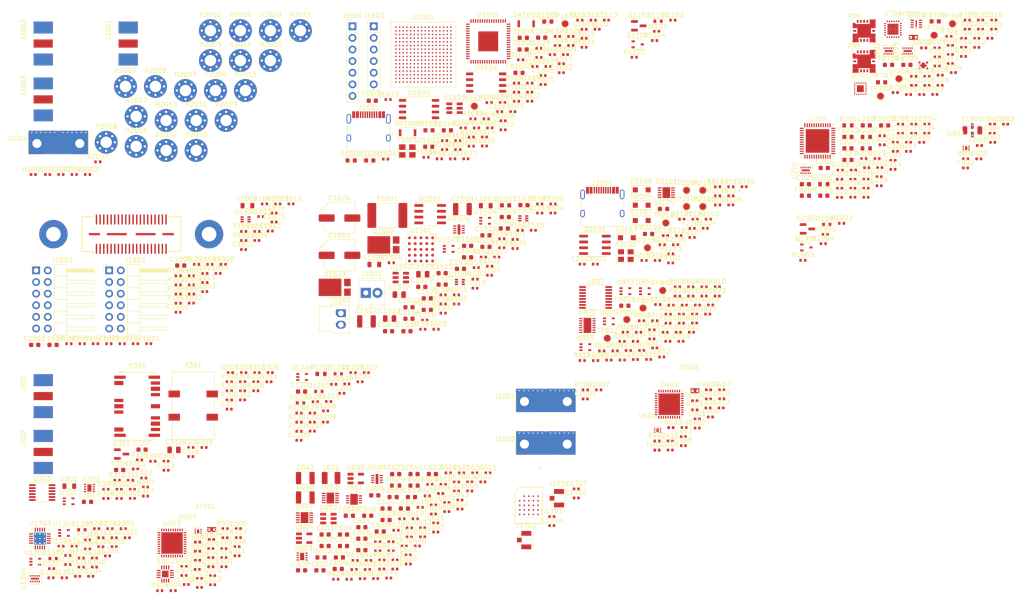
<source format=kicad_pcb>
(kicad_pcb (version 20210606) (generator pcbnew)
  (layers (0 "F.Cu" signal) (1 "In1.Cu" signal) (2 "In2.Cu" signal) (3 "In3.Cu" signal) (4 "In4.Cu" signal) (31 "B.Cu" signal) (34 "B.Paste" user) (35 "F.Paste" user) (36 "B.SilkS" user "B.Silkscreen") (37 "F.SilkS" user "F.Silkscreen") (38 "B.Mask" user) (39 "F.Mask" user) (44 "Edge.Cuts" user))
  (net 0 "")
  (net 1 "/fundamental_b/FUND_B_IN")
  (net 2 "Net-(AT401-Pad2)")
  (net 3 "GND")
  (net 4 "/highband/HIGHBAND_IN")
  (net 5 "Net-(AT501-Pad2)")
  (net 6 "Net-(C201-Pad2)")
  (net 7 "Net-(C202-Pad2)")
  (net 8 "Net-(C203-Pad2)")
  (net 9 "Net-(C204-Pad2)")
  (net 10 "Net-(C205-Pad2)")
  (net 11 "/refclk/PLL_OSC_P")
  (net 12 "Net-(C207-Pad2)")
  (net 13 "/refclk/PLL_OSC_N")
  (net 14 "Net-(C208-Pad2)")
  (net 15 "Net-(C209-Pad2)")
  (net 16 "Net-(C210-Pad2)")
  (net 17 "Net-(C213-Pad2)")
  (net 18 "Net-(C214-Pad2)")
  (net 19 "Net-(C215-Pad2)")
  (net 20 "Net-(C217-Pad2)")
  (net 21 "/PLL_VT_UNBUF")
  (net 22 "Net-(C219-Pad1)")
  (net 23 "Net-(C220-Pad1)")
  (net 24 "Net-(C221-Pad1)")
  (net 25 "/bypass/BYPASS_IN")
  (net 26 "Net-(C222-Pad1)")
  (net 27 "/fundamental_a/FUND_A_IN")
  (net 28 "Net-(C224-Pad2)")
  (net 29 "Net-(C225-Pad1)")
  (net 30 "Net-(C227-Pad2)")
  (net 31 "Net-(C228-Pad2)")
  (net 32 "Net-(C229-Pad1)")
  (net 33 "Net-(C301-Pad1)")
  (net 34 "/REF_IN")
  (net 35 "Net-(C302-Pad1)")
  (net 36 "Net-(C303-Pad2)")
  (net 37 "Net-(C304-Pad1)")
  (net 38 "Net-(C305-Pad1)")
  (net 39 "+5VA")
  (net 40 "Net-(C401-Pad2)")
  (net 41 "Net-(C402-Pad2)")
  (net 42 "Net-(C403-Pad2)")
  (net 43 "Net-(C404-Pad1)")
  (net 44 "Net-(C404-Pad2)")
  (net 45 "Net-(C407-Pad2)")
  (net 46 "Net-(C411-Pad2)")
  (net 47 "Net-(C501-Pad2)")
  (net 48 "Net-(C503-Pad1)")
  (net 49 "Net-(C504-Pad1)")
  (net 50 "Net-(C504-Pad2)")
  (net 51 "/highband/active_bias/Vp")
  (net 52 "-5VA")
  (net 53 "Net-(C510-Pad2)")
  (net 54 "Net-(C511-Pad2)")
  (net 55 "Net-(C513-Pad2)")
  (net 56 "Net-(C516-Pad2)")
  (net 57 "+5V5")
  (net 58 "Net-(C602-Pad1)")
  (net 59 "-5V35")
  (net 60 "Net-(C605-Pad1)")
  (net 61 "Net-(C605-Pad2)")
  (net 62 "Net-(C610-Pad1)")
  (net 63 "Net-(C610-Pad2)")
  (net 64 "Net-(C613-Pad1)")
  (net 65 "Net-(U706-Pad1)")
  (net 66 "Net-(C311-Pad1)")
  (net 67 "Net-(C314-Pad2)")
  (net 68 "-3V3")
  (net 69 "+4V")
  (net 70 "Net-(C624-Pad1)")
  (net 71 "Net-(C626-Pad1)")
  (net 72 "Net-(C628-Pad1)")
  (net 73 "Net-(C630-Pad1)")
  (net 74 "Net-(C631-Pad1)")
  (net 75 "Net-(C633-Pad1)")
  (net 76 "Net-(C634-Pad1)")
  (net 77 "Net-(C635-Pad1)")
  (net 78 "Net-(C636-Pad1)")
  (net 79 "Net-(C637-Pad1)")
  (net 80 "Net-(C638-Pad1)")
  (net 81 "+3.3VP")
  (net 82 "+3.3VA")
  (net 83 "Net-(C701-Pad2)")
  (net 84 "Net-(C702-Pad2)")
  (net 85 "Net-(C705-Pad2)")
  (net 86 "Net-(C707-Pad2)")
  (net 87 "Net-(C708-Pad2)")
  (net 88 "Net-(C711-Pad2)")
  (net 89 "Net-(C713-Pad2)")
  (net 90 "Net-(C715-Pad2)")
  (net 91 "Net-(C801-Pad2)")
  (net 92 "/Vio_AUX")
  (net 93 "+15V")
  (net 94 "Net-(C817-Pad1)")
  (net 95 "Net-(C817-Pad2)")
  (net 96 "Net-(C818-Pad1)")
  (net 97 "Net-(C818-Pad2)")
  (net 98 "Net-(C819-Pad1)")
  (net 99 "Net-(C819-Pad2)")
  (net 100 "Net-(C820-Pad1)")
  (net 101 "Net-(C820-Pad2)")
  (net 102 "Net-(C901-Pad2)")
  (net 103 "Net-(C903-Pad2)")
  (net 104 "Net-(C904-Pad1)")
  (net 105 "Net-(C904-Pad2)")
  (net 106 "Net-(C1001-Pad1)")
  (net 107 "/bypass/BYPASS_OUT")
  (net 108 "/highband/active_bias/Vd")
  (net 109 "/highband/Vg2")
  (net 110 "Net-(C1210-Pad1)")
  (net 111 "/monitor/STG2_Vdet_DIV")
  (net 112 "/monitor/STG1_Vdet_DIV")
  (net 113 "Net-(C1305-Pad1)")
  (net 114 "Net-(C1308-Pad1)")
  (net 115 "VPP")
  (net 116 "+9V")
  (net 117 "Net-(C1504-Pad1)")
  (net 118 "Net-(C1505-Pad1)")
  (net 119 "Net-(C1509-Pad1)")
  (net 120 "+3V3")
  (net 121 "+2V5")
  (net 122 "Net-(C1518-Pad2)")
  (net 123 "+1V1")
  (net 124 "Net-(C1519-Pad2)")
  (net 125 "+1V8")
  (net 126 "Net-(C1602-Pad1)")
  (net 127 "Net-(C1603-Pad1)")
  (net 128 "Net-(C1604-Pad1)")
  (net 129 "Net-(C1605-Pad1)")
  (net 130 "+1V8_FT")
  (net 131 "Net-(C1607-Pad1)")
  (net 132 "Net-(C1801-Pad1)")
  (net 133 "Net-(C1809-Pad1)")
  (net 134 "Net-(C1621-Pad1)")
  (net 135 "Net-(C1622-Pad1)")
  (net 136 "VCCQ")
  (net 137 "Net-(C1803-Pad1)")
  (net 138 "Net-(D301-Pad1)")
  (net 139 "Net-(D1101-Pad1)")
  (net 140 "Net-(D1201-Pad2)")
  (net 141 "Net-(D1202-Pad2)")
  (net 142 "/monitor/M5V_MON")
  (net 143 "/monitor/M3V3_MON")
  (net 144 "Net-(D1501-Pad1)")
  (net 145 "Net-(D1501-Pad2)")
  (net 146 "/digital_control/ecp_prog/DONE")
  (net 147 "Net-(D1602-Pad2)")
  (net 148 "Net-(D1603-Pad2)")
  (net 149 "Net-(D1604-Pad2)")
  (net 150 "Net-(D1605-Pad1)")
  (net 151 "Net-(D1901-Pad1)")
  (net 152 "Net-(FB301-Pad1)")
  (net 153 "Net-(FB706-Pad2)")
  (net 154 "/rf_output/drain_sequencer1/Vd_sequenced")
  (net 155 "Net-(FB709-Pad2)")
  (net 156 "Net-(FB1601-Pad1)")
  (net 157 "Net-(C1810-Pad1)")
  (net 158 "/fundamental_a/FUND_A_OUT")
  (net 159 "Net-(J1601-PadS1)")
  (net 160 "Net-(J1601-PadA6)")
  (net 161 "Net-(J1601-PadB5)")
  (net 162 "Net-(J1601-PadA7)")
  (net 163 "Net-(J1601-PadA5)")
  (net 164 "Net-(C1810-Pad2)")
  (net 165 "Net-(C2101-Pad1)")
  (net 166 "Net-(C2102-Pad1)")
  (net 167 "Net-(C2104-Pad1)")
  (net 168 "Net-(J1603-Pad2)")
  (net 169 "Net-(J1603-Pad3)")
  (net 170 "Net-(J1603-Pad4)")
  (net 171 "Net-(J1603-Pad5)")
  (net 172 "/digital_control/ecp_prog/FLASH_CS")
  (net 173 "/digital_control/ecp_prog/FLASH_SCK")
  (net 174 "/digital_control/ecp_prog/FLASH_MOSI|IO0")
  (net 175 "/digital_control/ecp_prog/FLASH_MISO|IO1")
  (net 176 "/digital_control/ecp_prog/FLASH_~{WP}|IO2")
  (net 177 "/digital_control/ecp_prog/FLASH_~{HLD}|~{RST}|IO3")
  (net 178 "Net-(J1701-Pad1)")
  (net 179 "Net-(J1702-Pad1)")
  (net 180 "/digital_control/ecp_io/C2P_N")
  (net 181 "/digital_control/ecp_io/P2C_N")
  (net 182 "/digital_control/ecp_io/C2P_P")
  (net 183 "/digital_control/ecp_io/P2C_P")
  (net 184 "/digital_control/ecp_io/S27")
  (net 185 "/digital_control/ecp_io/S26")
  (net 186 "/digital_control/ecp_io/S25")
  (net 187 "/digital_control/ecp_io/S24")
  (net 188 "/digital_control/ecp_io/S23")
  (net 189 "/digital_control/ecp_io/S22")
  (net 190 "/digital_control/ecp_io/S21")
  (net 191 "/digital_control/ecp_io/S20")
  (net 192 "/digital_control/ecp_io/S19")
  (net 193 "/digital_control/ecp_io/S18")
  (net 194 "/digital_control/ecp_io/S17")
  (net 195 "/digital_control/ecp_io/S16")
  (net 196 "/digital_control/ecp_io/D7_N")
  (net 197 "/digital_control/ecp_io/D6_N")
  (net 198 "/digital_control/ecp_io/D7_P")
  (net 199 "/digital_control/ecp_io/D6_P")
  (net 200 "/digital_control/ecp_io/D5_N")
  (net 201 "/digital_control/ecp_io/D4_N")
  (net 202 "/digital_control/ecp_io/D5_P")
  (net 203 "/digital_control/ecp_io/D4_P")
  (net 204 "/digital_control/ecp_io/D3_N")
  (net 205 "/digital_control/ecp_io/D2_N")
  (net 206 "/digital_control/ecp_io/D3_P")
  (net 207 "/digital_control/ecp_io/D2_P")
  (net 208 "/digital_control/ecp_io/D1_N")
  (net 209 "/digital_control/ecp_io/D0_N")
  (net 210 "/digital_control/ecp_io/D1_P")
  (net 211 "/digital_control/ecp_io/D0_P")
  (net 212 "Net-(J1801-Pad4)")
  (net 213 "/digital_control/ecp_io/SY_SDA")
  (net 214 "/digital_control/ecp_io/SY_SCL")
  (net 215 "Net-(J1802-Pad1)")
  (net 216 "Net-(J1802-Pad2)")
  (net 217 "Net-(J1802-Pad3)")
  (net 218 "Net-(J1802-Pad4)")
  (net 219 "Net-(J1802-Pad9)")
  (net 220 "Net-(J1802-Pad10)")
  (net 221 "Net-(J1802-Pad11)")
  (net 222 "Net-(J1802-Pad12)")
  (net 223 "Net-(J1803-Pad1)")
  (net 224 "Net-(J1803-Pad2)")
  (net 225 "Net-(J1803-Pad3)")
  (net 226 "Net-(J1803-Pad4)")
  (net 227 "Net-(J1803-Pad9)")
  (net 228 "Net-(J1803-Pad10)")
  (net 229 "Net-(J1803-Pad11)")
  (net 230 "Net-(J1803-Pad12)")
  (net 231 "Net-(J2001-Pad1)")
  (net 232 "Net-(J2002-Pad1)")
  (net 233 "/panel/RF_OUTPUT")
  (net 234 "Net-(K301-Pad11)")
  (net 235 "Net-(K301-Pad14)")
  (net 236 "Net-(K301-Pad1)")
  (net 237 "Net-(L601-Pad2)")
  (net 238 "Net-(L1501-Pad1)")
  (net 239 "Net-(L1502-Pad1)")
  (net 240 "Net-(Q1101-Pad1)")
  (net 241 "Net-(Q1101-Pad3)")
  (net 242 "Net-(Q1102-Pad1)")
  (net 243 "Net-(Q1102-Pad3)")
  (net 244 "Net-(Q1501-Pad1)")
  (net 245 "Net-(Q1501-Pad2)")
  (net 246 "Net-(Q1901-Pad1)")
  (net 247 "Net-(Q1901-Pad3)")
  (net 248 "Net-(Q1902-Pad1)")
  (net 249 "Net-(Q1902-Pad3)")
  (net 250 "/PLL_SYNC")
  (net 251 "Net-(R204-Pad2)")
  (net 252 "Net-(R205-Pad2)")
  (net 253 "/REF_EN")
  (net 254 "Net-(R305-Pad2)")
  (net 255 "/FUND_FILT_VT")
  (net 256 "/DOUBLER_FILT_VT")
  (net 257 "/rf_power/3.3V_PLL_EN")
  (net 258 "Net-(R601-Pad2)")
  (net 259 "/rf_power/M3V3_EN")
  (net 260 "Net-(R605-Pad1)")
  (net 261 "/rf_power/15V_BIAS_EN")
  (net 262 "Net-(C614-Pad1)")
  (net 263 "Net-(C615-Pad1)")
  (net 264 "Net-(C616-Pad1)")
  (net 265 "Net-(R616-Pad2)")
  (net 266 "Net-(R617-Pad2)")
  (net 267 "Net-(R621-Pad1)")
  (net 268 "Net-(R622-Pad1)")
  (net 269 "Net-(R623-Pad2)")
  (net 270 "/STG1_Vc")
  (net 271 "Net-(R701-Pad2)")
  (net 272 "/STG1_Vdet")
  (net 273 "Net-(R702-Pad2)")
  (net 274 "/STG2_Vc")
  (net 275 "Net-(R703-Pad2)")
  (net 276 "/STG2_Vdet")
  (net 277 "Net-(R704-Pad2)")
  (net 278 "Net-(R801-Pad1)")
  (net 279 "/rf_bias/DAC_REF_2P5V")
  (net 280 "Net-(R803-Pad1)")
  (net 281 "/rf_bias/VOUTA")
  (net 282 "Net-(R805-Pad1)")
  (net 283 "Net-(R807-Pad1)")
  (net 284 "Net-(R809-Pad1)")
  (net 285 "/rf_bias/VOUTB")
  (net 286 "Net-(R820-Pad1)")
  (net 287 "Net-(R821-Pad1)")
  (net 288 "/AMP_Vc_EN")
  (net 289 "Net-(R1205-Pad2)")
  (net 290 "Net-(R1206-Pad2)")
  (net 291 "Net-(R1207-Pad2)")
  (net 292 "/monitor/3V3_MON")
  (net 293 "Net-(C644-Pad2)")
  (net 294 "Net-(R1314-Pad1)")
  (net 295 "Net-(R1501-Pad1)")
  (net 296 "Net-(R1503-Pad1)")
  (net 297 "Net-(R1505-Pad1)")
  (net 298 "Net-(R1506-Pad1)")
  (net 299 "Net-(R1508-Pad2)")
  (net 300 "Net-(R1509-Pad2)")
  (net 301 "Net-(R1510-Pad1)")
  (net 302 "/ctrl_power/PGOOD_SWITCHING")
  (net 303 "Net-(R1513-Pad1)")
  (net 304 "Net-(R1514-Pad1)")
  (net 305 "/ctrl_power/1V2EN")
  (net 306 "/ctrl_power/3V3EN")
  (net 307 "/ctrl_power/~{FPGA_RESET}")
  (net 308 "Net-(R1604-Pad1)")
  (net 309 "/digital_control/ecp_prog/FT_EECS")
  (net 310 "Net-(R1606-Pad1)")
  (net 311 "Net-(R1606-Pad2)")
  (net 312 "Net-(R1607-Pad2)")
  (net 313 "Net-(R1610-Pad1)")
  (net 314 "Net-(R1611-Pad1)")
  (net 315 "/digital_control/ecp_prog/USR_1")
  (net 316 "/digital_control/ecp_prog/USR_2")
  (net 317 "Net-(R1615-Pad2)")
  (net 318 "Net-(R1616-Pad2)")
  (net 319 "Net-(R1617-Pad2)")
  (net 320 "Net-(R1618-Pad2)")
  (net 321 "Net-(R1621-Pad2)")
  (net 322 "/digital_control/ecp_prog/TXD_UART")
  (net 323 "Net-(R1622-Pad2)")
  (net 324 "/digital_control/ecp_prog/RXD_UART")
  (net 325 "VBUS")
  (net 326 "Net-(C2106-Pad2)")
  (net 327 "Net-(C645-Pad2)")
  (net 328 "Net-(C312-Pad2)")
  (net 329 "/digital_control/ecp_prog/PROGRAMn")
  (net 330 "Net-(R1640-Pad2)")
  (net 331 "/digital_control/ecp_io/PMOD1_1")
  (net 332 "/digital_control/ecp_io/PMOD1_2")
  (net 333 "/digital_control/ecp_io/PMOD1_3")
  (net 334 "/digital_control/ecp_io/PMOD1_4")
  (net 335 "/digital_control/ecp_io/PMOD2_1")
  (net 336 "/digital_control/ecp_io/PMOD2_2")
  (net 337 "/digital_control/ecp_io/PMOD2_3")
  (net 338 "/digital_control/ecp_io/PMOD2_4")
  (net 339 "/digital_control/ecp_io/PMOD1_5")
  (net 340 "/digital_control/ecp_io/PMOD1_6")
  (net 341 "/digital_control/ecp_io/PMOD1_7")
  (net 342 "/digital_control/ecp_io/PMOD1_8")
  (net 343 "/digital_control/ecp_io/PMOD2_5")
  (net 344 "/digital_control/ecp_io/PMOD2_6")
  (net 345 "/digital_control/ecp_io/PMOD2_7")
  (net 346 "/digital_control/ecp_io/PMOD2_8")
  (net 347 "/AUX_IO")
  (net 348 "/EXT_TRIG")
  (net 349 "Net-(TP701-Pad1)")
  (net 350 "Net-(TP702-Pad1)")
  (net 351 "Net-(TP703-Pad1)")
  (net 352 "Net-(TP704-Pad1)")
  (net 353 "Net-(TP801-Pad1)")
  (net 354 "Net-(TP802-Pad1)")
  (net 355 "Net-(TP803-Pad1)")
  (net 356 "Net-(TP804-Pad1)")
  (net 357 "Net-(D2101-Pad1)")
  (net 358 "Net-(D2102-Pad1)")
  (net 359 "Net-(D2103-Pad1)")
  (net 360 "Net-(D2104-Pad1)")
  (net 361 "Net-(TP1605-Pad1)")
  (net 362 "Net-(TP1606-Pad1)")
  (net 363 "Net-(U201-Pad12)")
  (net 364 "/PLL_CE")
  (net 365 "Net-(U201-Pad11)")
  (net 366 "/PLL_SCK")
  (net 367 "Net-(U201-Pad10)")
  (net 368 "/PLL_SDI")
  (net 369 "Net-(U201-Pad9)")
  (net 370 "/PLL_~{CS}")
  (net 371 "Net-(U201-Pad8)")
  (net 372 "/PLL_LD")
  (net 373 "Net-(U201-Pad7)")
  (net 374 "/PLL_MUX")
  (net 375 "/PLL_MUTE")
  (net 376 "/REF_SEL")
  (net 377 "Net-(U301-Pad4)")
  (net 378 "/RELAY_EN")
  (net 379 "/fundamental_b/FUND_B_OUT")
  (net 380 "Net-(U502-Pad10)")
  (net 381 "/highband/HIGHBAND_OUT")
  (net 382 "Net-(U701-Pad1)")
  (net 383 "/OUT_SW_V1")
  (net 384 "Net-(U701-Pad4)")
  (net 385 "/OUT_SW_V2")
  (net 386 "/OUT_SW_EN")
  (net 387 "Net-(U703-Pad11)")
  (net 388 "/ATT_SEROUT")
  (net 389 "Net-(U703-Pad10)")
  (net 390 "/ATT_SERIN")
  (net 391 "Net-(U703-Pad9)")
  (net 392 "/ATT_CLK")
  (net 393 "Net-(U703-Pad8)")
  (net 394 "Net-(U703-Pad7)")
  (net 395 "/ATT_LE")
  (net 396 "Net-(U704-Pad14)")
  (net 397 "Net-(U705-Pad5)")
  (net 398 "/BIAS_DAC_~{CS}")
  (net 399 "/BIAS_DAC_SCK")
  (net 400 "/BIAS_DAC_SDI")
  (net 401 "/monitor/TEMP_A")
  (net 402 "/monitor/PLL_VT_BUF")
  (net 403 "Net-(U1303-Pad11)")
  (net 404 "Net-(U1303-Pad13)")
  (net 405 "Net-(U1303-Pad14)")
  (net 406 "Net-(U1303-Pad15)")
  (net 407 "/TLM_ADC_SCLK")
  (net 408 "/TLM_ADC_DIN")
  (net 409 "/TLM_ADC_DOUT")
  (net 410 "/TLM_ADC_~{CS}")
  (net 411 "Net-(U1601-PadL16)")
  (net 412 "/digital_control/ecp_ram/HRAM_CLK")
  (net 413 "/digital_control/ecp_ram/HRAM_CLK#")
  (net 414 "/digital_control/ecp_ram/HRAM_RST")
  (net 415 "/digital_control/ecp_ram/HRAM_RWDS")
  (net 416 "/digital_control/ecp_ram/HRAM_DQ1")
  (net 417 "/digital_control/ecp_ram/HRAM_DQ0")
  (net 418 "/digital_control/ecp_ram/HRAM_CS")
  (net 419 "/digital_control/ecp_ram/HRAM_DQ3")
  (net 420 "/digital_control/ecp_ram/HRAM_DQ6")
  (net 421 "/digital_control/ecp_ram/HRAM_DQ2")
  (net 422 "/digital_control/ecp_ram/HRAM_DQ5")
  (net 423 "/digital_control/ecp_ram/HRAM_DQ7")
  (net 424 "/digital_control/ecp_ram/HRAM_DQ4")
  (net 425 "Net-(D2105-Pad1)")
  (net 426 "Net-(F1501-Pad1)")
  (net 427 "Net-(FB2101-Pad1)")
  (net 428 "Net-(L1801-Pad1)")
  (net 429 "Net-(Q2101-Pad4)")
  (net 430 "Net-(R2104-Pad1)")
  (net 431 "Net-(R2105-Pad1)")
  (net 432 "/digital_control/ecp_aux_usb/PD_SDA")
  (net 433 "Net-(R2108-Pad1)")
  (net 434 "/digital_control/ecp_aux_usb/PD_SCL")
  (net 435 "Net-(R2111-Pad1)")
  (net 436 "Net-(R2112-Pad1)")
  (net 437 "Net-(R2114-Pad2)")
  (net 438 "Net-(TP2101-Pad1)")
  (net 439 "Net-(TP2102-Pad1)")
  (net 440 "Net-(TP2103-Pad1)")
  (net 441 "Net-(TP2104-Pad1)")
  (net 442 "Net-(TP2105-Pad1)")
  (net 443 "Net-(TP2106-Pad1)")
  (net 448 "Net-(C313-Pad2)")
  (net 449 "/digital_control/ecp_io/SYXYGY_VIO_EN")
  (net 450 "Net-(C314-Pad1)")
  (net 451 "Net-(C646-Pad2)")
  (net 452 "Net-(C315-Pad1)")
  (net 454 "Net-(C316-Pad2)")
  (net 455 "Net-(C317-Pad2)")
  (net 456 "Net-(C318-Pad1)")
  (net 457 "Net-(J301-Pad1)")
  (net 458 "Net-(J302-Pad1)")
  (net 459 "Net-(R307-Pad2)")
  (net 460 "/REFSW_FILTA")
  (net 461 "/REFSW_FILTB")
  (net 462 "/REFSW_SD1")
  (net 463 "/REFSW_SD2")
  (net 470 "/FUND_FILT_VCTL")
  (net 471 "/DOUBLER_FILT_VCTL")
  (net 472 "+5V")
  (net 491 "/rf_bias/VOUTC")
  (net 492 "/rf_bias/VOUTD")
  (net 612 "Net-(C717-Pad2)")
  (net 613 "Net-(C718-Pad1)")
  (net 614 "/RF_POW")
  (net 615 "Net-(FB1502-Pad2)")
  (net 616 "Net-(FB1501-Pad2)")
  (net 617 "Net-(R705-Pad1)")
  (net 618 "Net-(R706-Pad2)")
  (net 619 "Net-(U706-Pad5)")
  (net 620 "Net-(U707-Pad3)")
  (footprint "TestPoint:TestPoint_Pad_D1.5mm" (layer "F.Cu") (at 176.32 83.46)
    (fp_text reference "TP2102")
    (fp_text value "TestPoint")
  )
  (footprint "Capacitor_SMD:C_0402_1005Metric" (layer "F.Cu") (at 89.89 85.22)
    (fp_text reference "C1813")
    (fp_text value "100 nF")
  )
  (footprint "jtk_rf_footprints:DFN-8-1EP_2x2mm_P0.5mm_EP0.25x1.6mm" (layer "F.Cu") (at 231.03 39.9)
    (fp_text reference "U708")
    (fp_text value "LTC5596")
  )
  (footprint "Resistor_SMD:R_0402_1005Metric" (layer "F.Cu") (at 65.77 163.84)
    (fp_text reference "R503")
    (fp_text value "R_Small")
  )
  (footprint "Resistor_SMD:R_0402_1005Metric" (layer "F.Cu") (at 134.96 62.68)
    (fp_text reference "R1615")
    (fp_text value "0")
  )
  (footprint "Crystal:Crystal_SMD_3225-4Pin_3.2x2.5mm" (layer "F.Cu") (at 119.85 67.72)
    (fp_text reference "Y1601")
    (fp_text value "7M-12.000MAAJ")
  )
  (footprint "Capacitor_SMD:C_0402_1005Metric" (layer "F.Cu") (at 235.08 55.35)
    (fp_text reference "C702")
    (fp_text value "100 nF")
  )
  (footprint "Resistor_SMD:R_0402_1005Metric" (layer "F.Cu") (at 168.13 111.33)
    (fp_text reference "R815")
    (fp_text value "10k")
  )
  (footprint "Capacitor_SMD:C_0402_1005Metric" (layer "F.Cu") (at 176.17 107.36)
    (fp_text reference "C826")
    (fp_text value "100 pF")
  )
  (footprint "Resistor_SMD:R_0402_1005Metric" (layer "F.Cu") (at 182.05 84.63)
    (fp_text reference "R2105")
    (fp_text value "20")
  )
  (footprint "Resistor_SMD:R_0402_1005Metric" (layer "F.Cu") (at 233.37 51.4)
    (fp_text reference "R706")
    (fp_text value "10k")
  )
  (footprint "Resistor_SMD:R_0402_1005Metric" (layer "F.Cu") (at 161.65 119.95)
    (fp_text reference "R1002")
    (fp_text value "50")
  )
  (footprint "Resistor_SMD:R_0402_1005Metric" (layer "F.Cu") (at 48.6 158.72)
    (fp_text reference "R1310")
    (fp_text value "47k")
  )
  (footprint "Capacitor_SMD:C_0402_1005Metric" (layer "F.Cu") (at 99.08 128.96)
    (fp_text reference "C1203")
    (fp_text value "100 nF")
  )
  (footprint "Resistor_SMD:R_0402_1005Metric" (layer "F.Cu") (at 87 85.3)
    (fp_text reference "R1817")
    (fp_text value "22")
  )
  (footprint "Resistor_SMD:R_0402_1005Metric" (layer "F.Cu") (at 108.22 159.23)
    (fp_text reference "R613")
    (fp_text value "TBD")
  )
  (footprint "Diode_SMD:D_0402_1005Metric" (layer "F.Cu") (at 38.125 72.86)
    (fp_text reference "D2001")
    (fp_text value "TPD1E1B04")
  )
  (footprint "Resistor_SMD:R_0402_1005Metric" (layer "F.Cu") (at 174.39 131.13)
    (fp_text reference "R402")
    (fp_text value "R_Small")
  )
  (footprint "Resistor_SMD:R_0402_1005Metric" (layer "F.Cu") (at 50 152.75)
    (fp_text reference "R1308")
    (fp_text value "1k")
  )
  (footprint "Capacitor_SMD:C_0402_1005Metric" (layer "F.Cu") (at 115.79 161.09)
    (fp_text reference "C644")
    (fp_text value "DNI")
  )
  (footprint "Package_TO_SOT_SMD:SOT-353_SC-70-5" (layer "F.Cu") (at 136.83 82.98)
    (fp_text reference "U1504")
    (fp_text value "TLV70025_SOT353")
  )
  (footprint "Capacitor_SMD:C_0402_1005Metric" (layer "F.Cu") (at 247.72 65.82)
    (fp_text reference "C901")
    (fp_text value "10 nF")
  )
  (footprint "Diode_SMD:D_SOD-523" (layer "F.Cu") (at 48.75 150.53)
    (fp_text reference "D1301")
    (fp_text value "BAS516")
  )
  (footprint "Package_TO_SOT_SMD:SOT-353_SC-70-5" (layer "F.Cu") (at 44.85 151.23)
    (fp_text reference "U1301")
    (fp_text value "LMT86DCK")
  )
  (footprint "Diode_SMD:D_SOD-523" (layer "F.Cu") (at 104.77 116.43)
    (fp_text reference "D1201")
    (fp_text value "BAS516")
  )
  (footprint "Inductor_SMD:L_0402_1005Metric" (layer "F.Cu") (at 182.64 122.34)
    (fp_text reference "FB402")
    (fp_text value "BLM15GG471SZ1D")
  )
  (footprint "Diode_SMD:D_SOD-123F" (layer "F.Cu") (at 171.055 79.57)
    (fp_text reference "D2104")
    (fp_text value "SMF22A")
  )
  (footprint "Package_TO_SOT_SMD:SOT-563" (layer "F.Cu") (at 131.33 96.36)
    (fp_text reference "U1506")
    (fp_text value "TLV62569DRL")
  )
  (footprint "Resistor_SMD:R_0402_1005Metric" (layer "F.Cu") (at 179.14 86.23)
    (fp_text reference "R2103")
    (fp_text value "DNI")
  )
  (footprint "Capacitor_SMD:C_0402_1005Metric" (layer "F.Cu") (at 55.8 152.28)
    (fp_text reference "C1301")
    (fp_text value "100 nF")
  )
  (footprint "vna_mm:LLP2513-13L" (layer "F.Cu") (at 206.865 71.945)
    (fp_text reference "U201")
    (fp_text value "VEMI65AB-HCI")
  )
  (footprint "Capacitor_SMD:C_0603_1608Metric" (layer "F.Cu") (at 100.75 159.41)
    (fp_text reference "C601")
    (fp_text value "10 uF")
  )
  (footprint "Package_DFN_QFN:DFN-8-1EP_2x3mm_P0.5mm_EP0.61x2.2mm" (layer "F.Cu") (at 131.13 84.88)
    (fp_text reference "U1502")
    (fp_text value "LTC4365DDB")
  )
  (footprint "Capacitor_SMD:C_0402_1005Metric" (layer "F.Cu") (at 134.58 138.09)
    (fp_text reference "C630")
    (fp_text value "1 uF")
  )
  (footprint "Capacitor_SMD:C_0603_1608Metric" (layer "F.Cu") (at 42.45 110.11)
    (fp_text reference "C1812")
    (fp_text value "2.2 uF")
  )
  (footprint "Package_TO_SOT_SMD:SOT-563" (layer "F.Cu") (at 145.18 82.44)
    (fp_text reference "U1505")
    (fp_text value "TLV62569DRL")
  )
  (footprint "Inductor_SMD:L_0805_2012Metric" (layer "F.Cu") (at 112.63 92.54)
    (fp_text reference "L1502")
    (fp_text value "2.2uH")
  )
  (footprint "vna_mm:LLP2513-13L" (layer "F.Cu") (at 229.135 45.855)
    (fp_text reference "U703")
    (fp_text value "VEMI65AB-HCI")
  )
  (footprint "Capacitor_SMD:C_0402_1005Metric" (layer "F.Cu") (at 55.8 154.25)
    (fp_text reference "C1302")
    (fp_text value "100 nF")
  )
  (footprint "Capacitor_SMD:C_0603_1608Metric" (layer "F.Cu") (at 120.2 101.88)
    (fp_text reference "C1522")
    (fp_text value "2.2 uF")
  )
  (footprint "Capacitor_SMD:C_0402_1005Metric" (layer "F.Cu") (at 182.59 103.38)
    (fp_text reference "C820")
    (fp_text value "10 pF")
  )
  (footprint "Resistor_SMD:R_0402_1005Metric" (layer "F.Cu") (at 96.19 127)
    (fp_text reference "R1201")
    (fp_text value "15k")
  )
  (footprint "Resistor_SMD:R_0402_1005Metric" (layer "F.Cu") (at 143.69 52.88)
    (fp_text reference "R1641")
    (fp_text value "5.1k")
  )
  (footprint "Resistor_SMD:R_0402_1005Metric" (layer "F.Cu") (at 136.47 90.92)
    (fp_text reference "R1521")
    (fp_text value "84.5k")
  )
  (footprint "jtk_rf_footprints:ATS2012" (layer "F.Cu") (at 182.685 120.15)
    (fp_text reference "AT401")
    (fp_text value "ATS2012")
  )
  (footprint "jtk_rf_footprints:TDFN6" (layer "F.Cu") (at 74.14 150.88)
    (fp_text reference "U501")
    (fp_text value "MAAM-011101")
  )
  (footprint "Package_DFN_QFN:DFN-14-1EP_3x4mm_P0.5mm_EP1.7x3.3mm" (layer "F.Cu") (at 159.18 105.86)
    (fp_text reference "U801")
    (fp_text value "LTC2636IDE-LZ10")
  )
  (footprint "Capacitor_SMD:C_0402_1005Metric" (layer "F.Cu") (at 76.91 154.67)
    (fp_text reference "C501")
    (fp_text value "1 uF")
  )
  (footprint "Package_TO_SOT_SMD:SOT-23" (layer "F.Cu") (at 57.44 133.98)
    (fp_text reference "Q301")
    (fp_text value "IRLML6401")
  )
  (footprint "MountingHole:MountingHole_2.5mm_Pad_Via" (layer "F.Cu") (at 83.38 41.4)
    (fp_text reference "H2009")
    (fp_text value "2.5 mm")
  )
  (footprint "Resistor_SMD:R_0402_1005Metric" (layer "F.Cu") (at 235.56 45.18)
    (fp_text reference "R703")
    (fp_text value "1k")
  )
  (footprint "Resistor_SMD:R_0402_1005Metric" (layer "F.Cu") (at 68.68 163.84)
    (fp_text reference "R504")
    (fp_text value "R_Small")
  )
  (footprint "Capacitor_SMD:C_0805_2012Metric" (layer "F.Cu") (at 118.07 99.12)
    (fp_text reference "C1512")
    (fp_text value "22 uF")
  )
  (footprint "Resistor_SMD:R_0603_1608Metric" (layer "F.Cu") (at 100.99 116.46)
    (fp_text reference "R1203")
    (fp_text value "0.5")
  )
  (footprint "Capacitor_SMD:C_0603_1608Metric" (layer "F.Cu") (at 119.21 145.89)
    (fp_text reference "C639")
    (fp_text value "10 uF")
  )
  (footprint "Capacitor_SMD:C_0402_1005Metric" (layer "F.Cu") (at 180.15 130.18)
    (fp_text reference "C413")
    (fp_text value "100 pF")
  )
  (footprint "Resistor_SMD:R_0402_1005Metric" (layer "F.Cu") (at 56.89 143.69)
    (fp_text reference "R305")
    (fp_text value "75")
  )
  (footprint "Package_TO_SOT_SMD:SOT-353_SC-70-5" (layer "F.Cu") (at 171.73 98.37)
    (fp_text reference "U805")
    (fp_text value "TLV9151IDCKR")
  )
  (footprint "Inductor_SMD:L_0603_1608Metric" (layer "F.Cu") (at 223.45 52.7)
    (fp_text reference "FB707")
    (fp_text value "BLM18BB471SN1D")
  )
  (footprint "Capacitor_SMD:C_0805_2012Metric" (layer "F.Cu") (at 123.22 94.67)
    (fp_text reference "C1509")
    (fp_text value "22 uF")
  )
  (footprint "Capacitor_SMD:C_0402_1005Metric" (layer "F.Cu") (at 140.76 61.11)
    (fp_text reference "C1608")
    (fp_text value "100 nF")
  )
  (footprint "Capacitor_SMD:C_0402_1005Metric" (layer "F.Cu") (at 79.78 156.64)
    (fp_text reference "C518")
    (fp_text value "100 pF")
  )
  (footprint "Resistor_SMD:R_0402_1005Metric" (layer "F.Cu") (at 171.01 104.84)
    (fp_text reference "R803")
    (fp_text value "33k")
  )
  (footprint "Connector_Molex:Molex_Nano-Fit_105309-xx02_1x02_P2.50mm_Vertical" (layer "F.Cu") (at 105.33 103.2)
    (fp_text reference "J1502")
    (fp_text value "1053091202")
  )
  (footprint "Capacitor_SMD:C_0402_1005Metric" (layer "F.Cu") (at 232.2 65.82)
    (fp_text reference "C205")
    (fp_text value "1 uF")
  )
  (footprint "Capacitor_SMD:C_0402_1005Metric" (layer "F.Cu") (at 59.78 143.66)
    (fp_text reference "C301")
    (fp_text value "JMP")
  )
  (footprint "Resistor_SMD:R_0402_1005Metric" (layer "F.Cu") (at 230.46 51.4)
    (fp_text reference "R705")
    (fp_text value "50")
  )
  (footprint "jtk_rf_footprints:LGA-24-1EP_3x3mm_P0.4mm_EP1.5x1.5mm_ADI_CC_24_12" (layer "F.Cu") (at 218.8 54.09)
    (fp_text reference "U701")
    (fp_text value "ADRF5042")
  )
  (footprint "Capacitor_SMD:C_0402_1005Metric" (layer "F.Cu") (at 222.45 69.39)
    (fp_text reference "C223")
    (fp_text value "100 nF")
  )
  (footprint "Resistor_SMD:R_0402_1005Metric" (layer "F.Cu") (at 47.09 154.15)
    (fp_text reference "R1313")
    (fp_text value "100k")
  )
  (footprint "Resistor_SMD:R_0402_1005Metric" (layer "F.Cu") (at 182.05 86.62)
    (fp_text reference "R2107")
    (fp_text value "5.1k")
  )
  (footprint "Package_SON:WSON-8-1EP_2x2mm_P0.5mm_EP0.9x1.6mm" (layer "F.Cu") (at 96.86 156.38)
    (fp_text reference "U603")
    (fp_text value "LM27761")
  )
  (footprint "jtk_rf_footprints:SMA_Cinch_142-0711-821_EdgeMount" (layer "F.Cu") (at 40 121.31)
    (fp_text reference "J301")
    (fp_text value "Conn_Coaxial")
  )
  (footprint "Resistor_SMD:R_0402_1005Metric" (layer "F.Cu") (at 185.6 82.64)
    (fp_text reference "R2102")
    (fp_text value "DNI")
  )
  (footprint "Inductor_SMD:L_0402_1005Metric" (layer "F.Cu") (at 74.02 153.23)
    (fp_text reference "FB502")
    (fp_text value "BLM15GG471SZ1D")
  )
  (footprint "Capacitor_SMD:C_0603_1608Metric" (layer "F.Cu") (at 115.2 145.89)
    (fp_text reference "C624")
    (fp_text value "2.2 uF")
  )
  (footprint "Resistor_SMD:R_0402_1005Metric" (layer "F.Cu") (at 118.66 148.14)
    (fp_text reference "R603")
    (fp_text value "10k")
  )
  (footprint "Capacitor_SMD:C_0402_1005Metric" (layer "F.Cu") (at 217.17 75.86)
    (fp_text reference "C226")
    (fp_text value "100 nF")
  )
  (footprint "Capacitor_SMD:C_0402_1005Metric" (layer "F.Cu") (at 244.23 43.09)
    (fp_text reference "C707")
    (fp_text value "1 uF")
  )
  (footprint "Resistor_SMD:R_0402_1005Metric" (layer "F.Cu") (at 110.03 161.22)
    (fp_text reference "R615")
    (fp_text value "0")
  )
  (footprint "Package_BGA:BGA-256_14.0x14.0mm_Layout16x16_P0.8mm_Ball0.45mm_Pad0.32mm_NSMD" (layer "F.Cu") (at 123.36 46.65)
    (fp_text reference "U1601")
    (fp_text value "ECP5U_25_CABGA256")
  )
  (footprint "Resistor_SMD:R_0402_1005Metric" (layer "F.Cu") (at 140.48 88.9)
    (fp_text reference "R1515")
    (fp_text value "10k")
  )
  (footprint "Button_Switch_SMD:SW_SPST_CK_KXT3" (layer "F.Cu") (at 119.9 63.72)
    (fp_text reference "SW1602")
    (fp_text value "SW_Push")
  )
  (footprint "Resistor_SMD:R_0402_1005Metric" (layer "F.Cu") (at 169.67 109.34)
    (fp_text reference "R816")
    (fp_text value "33k")
  )
  (footprint "Resistor_SMD:R_0402_1005Metric" (layer "F.Cu") (at 51.73 109.85)
    (fp_text reference "R1812")
    (fp_text value "22")
  )
  (footprint "Resistor_SMD:R_0402_1005Metric" (layer "F.Cu") (at 83.86 118.19)
    (fp_text reference "R314")
    (fp_text value "50")
  )
  (footprint "Resistor_SMD:R_0402_1005Metric" (layer "F.Cu") (at 128.78 138.1)
    (fp_text reference "R601")
    (fp_text value "R_Small")
  )
  (footprint "jtk_rf_footprints:TDFN6" (layer "F.Cu") (at 174.51 128.78)
    (fp_text reference "U401")
    (fp_text value "MAAM-011101")
  )
  (footprint "Inductor_SMD:L_0805_2012Metric" (layer "F.Cu") (at 136.98 79.68)
    (fp_text reference "L1501")
    (fp_text value "2.2uH")
  )
  (footprint "Resistor_SMD:R_0402_1005Metric" (layer "F.Cu") (at 72.7 95.01)
    (fp_text reference "R1801")
    (fp_text value "0")
  )
  (footprint "Inductor_SMD:L_0402_1005Metric" (layer "F.Cu") (at 245.08 39.12)
    (fp_text reference "FB705")
    (fp_text value "BLM15GG471SZ1D")
  )
  (footprint "Resistor_SMD:R_0402_1005Metric" (layer "F.Cu") (at 148.77 79.3)
    (fp_text reference "R1502")
    (fp_text value "DNI")
  )
  (footprint "Resistor_SMD:R_0402_1005Metric" (layer "F.Cu") (at 111.37 157.24)
    (fp_text reference "R617")
    (fp_text value "R_Small")
  )
  (footprint "Capacitor_SMD:C_0402_1005Metric" (layer "F.Cu") (at 179.72 103.4)
    (fp_text reference "C812")
    (fp_text value "100 nF")
  )
  (footprint "Package_DFN_QFN:Texas_S-PVQFN-N48_EP5.15x5.15mm" (layer "F.Cu") (at 209.45 65.52)
    (fp_text reference "U202")
    (fp_text value "LMX2820")
  )
  (footprint "Resistor_SMD:R_0402_1005Metric" (layer "F.Cu") (at 72.55 132.55)
    (fp_text reference "R309")
    (fp_text value "1k")
  )
  (footprint "Capacitor_SMD:C_0603_1608Metric" (layer "F.Cu") (at 109.91 152.48)
    (fp_text reference "C616")
    (fp_text value "10 uF")
  )
  (footprint "Resistor_SMD:R_0402_1005Metric" (layer "F.Cu") (at 137.83 92.91)
    (fp_text reference "R1522")
    (fp_text value "100k")
  )
  (footprint "Inductor_SMD:L_0402_1005Metric" (layer "F.Cu") (at 242.17 41.11)
    (fp_text reference "FB702")
    (fp_text value "BLM15GG471SZ1D")
  )
  (footprint "Capacitor_SMD:C_0402_1005Metric" (layer "F.Cu") (at 239.13 50.58)
    (fp_text reference "C704")
    (fp_text value "1 uF")
  )
  (footprint "Resistor_SMD:R_0402_1005Metric" (layer "F.Cu") (at 45.69 158.13)
    (fp_text reference "R1314")
    (fp_text value "47k")
  )
  (footprint "Resistor_SMD:R_0402_1005Metric" (layer "F.Cu") (at 53.98 143.69)
    (fp_text reference "R308")
    (fp_text value "DNI")
  )
  (footprint "Capacitor_SMD:C_0402_1005Metric" (layer "F.Cu") (at 101.95 126.99)
    (fp_text reference "C1209")
    (fp_text value "100 nF")
  )
  (footprint "Resistor_SMD:R_0402_1005Metric" (layer "F.Cu") (at 177.38 90.21)
    (fp_text reference "R2113")
    (fp_text value "49.9k")
  )
  (footprint "Capacitor_SMD:C_0402_1005Metric" (layer "F.Cu") (at 183.23 101.41)
    (fp_text reference "C816")
    (fp_text value "100 nF")
  )
  (footprint "Capacitor_SMD:C_0402_1005Metric" (layer "F.Cu") (at 182.59 105.35)
    (fp_text reference "C804")
    (fp_text value "100 nF")
  )
  (footprint "Resistor_SMD:R_0402_1005Metric" (layer "F.Cu") (at 48.6 156.73)
    (fp_text reference "R1306")
    (fp_text value "47k")
  )
  (footprint "Capacitor_SMD:C_0402_1005Metric" (layer "F.Cu") (at 117.13 159.12)
    (fp_text reference "C626")
    (fp_text value "1 uF")
  )
  (footprint "Inductor_SMD:L_0603_1608Metric" (layer "F.Cu") (at 228.97 48.89)
    (fp_text reference "FB709")
    (fp_text value "BLM18BB471SN1D")
  )
  (footprint "Capacitor_SMD:C_0603_1608Metric" (layer "F.Cu") (at 133.01 88.46)
    (fp_text reference "C1515")
    (fp_text value "10 uF")
  )
  (footprint "Resistor_SMD:R_0402_1005Metric" (layer "F.Cu") (at 187.62 75.54)
    (fp_text reference "R2111")
    (fp_text value "10.5k")
  )
  (footprint "Resistor_SMD:R_0402_1005Metric" (layer "F.Cu") (at 176.83 103.41)
    (fp_text reference "R813")
    (fp_text value "33k")
  )
  (footprint "Resistor_SMD:R_0402_1005Metric" (layer "F.Cu") (at 206.26 91.63)
    (fp_text reference "R1903")
    (fp_text value "10k")
  )
  (footprint "Resistor_SMD:R_0402_1005Metric" (layer "F.Cu") (at 158.06 113.53)
    (fp_text reference "R814")
    (fp_text value "10k")
  )
  (footprint "Package_TO_SOT_SMD:Nexperia_CFP15_SOT-1289" (layer "F.Cu") (at 114.63 88.24)
    (fp_text reference "D1502")
    (fp_text value "PMEG030V050EPD")
  )
  (footprint "Capacitor_SMD:C_0402_1005Metric" (layer "F.Cu") (at 82.65 154.25)
    (fp_text reference "C508")
    (fp_text value "1 uF")
  )
  (footprint "TestPoint:TestPoint_Pad_D1.5mm" (layer "F.Cu") (at 180.84 76.32)
    (fp_text reference "TP2104")
    (fp_text value "TestPoint")
  )
  (footprint "jtk_rf_footprints:LFCSP-40-1EP_6x6mm_P0.5mm_EP4.7x4.7mm" (layer "F.Cu") (at 177.06 123.08)
    (fp_text reference "U402")
    (fp_text value "ADMV8416")
  )
  (footprint "Capacitor_SMD:C_0402_1005Metric" (layer "F.Cu") (at 71.04 160.53)
    (fp_text reference "C504")
    (fp_text value "10 nF")
  )
  (footprint "Resistor_SMD:R_0402_1005Metric" (layer "F.Cu") (at 214.28 73.9)
    (fp_text reference "R209")
    (fp_text value "100")
  )
  (footprint "Capacitor_SMD:C_0402_1005Metric" (layer "F.Cu") (at 52.89 154.27)
    (fp_text reference "C1308")
    (fp_text value "1 uF")
  )
  (footprint "Resistor_SMD:R_0402_1005Metric" (layer "F.Cu") (at 174.3 41.57)
    (fp_text reference "R1101")
    (fp_text value "10k")
  )
  (footprint "TestPoint:TestPoint_Pad_D1.5mm" (layer "F.Cu") (at 171.33 102.07)
    (fp_text reference "TP803")
    (fp_text value "TestPoint")
  )
  (footprint "Resistor_SMD:R_0402_1005Metric" (layer "F.Cu") (at 163.88 113.42)
    (fp_text reference "R822")
    (fp_text value "10k")
  )
  (footprint "Connector_USB:USB_C_Receptacle_HRO_TYPE-C-31-M-12" (layer "F.Cu") (at 162.45 80.34)
    (fp_text reference "J2101")
    (fp_text value "USB_C_Receptacle_USB2.0")
  )
  (footprint "Resistor_SMD:R_0402_1005Metric" (layer "F.Cu") (at 133.8 64.67)
    (fp_text reference "R1614")
    (fp_text value "10k")
  )
  (footprint "Inductor_SMD:L_0603_1608Metric" (layer "F.Cu") (at 49.98 144.43)
    (fp_text reference "L301")
    (fp_text value "110 nH")
  )
  (footprint "Capacitor_SMD:C_0805_2012Metric" (layer "F.Cu") (at 68.87 133.06)
    (fp_text reference "C310")
    (fp_text value "22 uF")
  )
  (footprint "MountingHole:MountingHole_2.5mm_Pad_Via" (layer "F.Cu") (at 76.83 47.95)
    (fp_text reference "H2005")
    (fp_text value "2.5 mm")
  )
  (footprint "Inductor_SMD:L_0402_1005Metric" (layer "F.Cu") (at 174.39 133.12)
    (fp_text reference "FB401")
    (fp_text value "BLM15GG471SZ1D")
  )
  (footprint "Capacitor_SMD:C_0402_1005Metric" (layer "F.Cu") (at 236.22 53.38)
    (fp_text reference "C718")
    (fp_text value "100 pF")
  )
  (footprint "Capacitor_SMD:C_0402_1005Metric" (layer "F.Cu") (at 171.02 111.32)
    (fp_text reference "C803")
    (fp_text value "4.7 uF")
  )
  (footprint "Inductor_SMD:L_0402_1005Metric" (layer "F.Cu") (at 185.64 119.95)
    (fp_text reference "FB404")
    (fp_text value "BLM15GG471SZ1D")
  )
  (footprint "TestPoint:TestPoint_Pad_D1.5mm" (layer "F.Cu") (at 234.93 42.41)
    (fp_text reference "TP704")
    (fp_text value "Bc2")
  )
  (footprint "Oscillator:Oscillator_SMD_Abracon_ABLNO" (layer "F.Cu") (at 73.07 123.38)
    (fp_text reference "X301")
    (fp_text value "ABLNO-100.000MHZ")
  )
  (footprint "Capacitor_SMD:C_0603_1608Metric" (layer "F.Cu") (at 109.91 149.97)
    (fp_text reference "C611")
    (fp_text value "10 uF")
  )
  (footprint "Capacitor_SMD:C_0402_1005Metric" (layer "F.Cu") (at 238.47 48.61)
    (fp_text reference "C711")
    (fp_text value "1 uF")
  )
  (footprint "Capacitor_SMD:C_1210_3225Metric" (layer "F.Cu") (at 110.92 104.98)
    (fp_text reference "C1507")
    (fp_text value "47 uF")
  )
  (footprint "Capacitor_SMD:C_0402_1005Metric" (layer "F.Cu") (at 73.95 159.19)
    (fp_text reference "C515")
    (fp_text value "1 uF")
  )
  (footprint "Resistor_SMD:R_0402_1005Metric" (layer "F.Cu") (at 152.65 44.66)
    (fp_text reference "R1616")
    (fp_text value "0")
  )
  (footprint "Capacitor_SMD:C_0402_1005Metric" (layer "F.Cu") (at 84.07 89.27)
    (fp_text reference "C1807")
    (fp_text value "100 nF")
  )
  (footprint "Capacitor_SMD:C_0402_1005Metric" (layer "F.Cu") (at 177.28 133.09)
    (fp_text reference "C405")
    (fp_text value "10 nF")
  )
  (footprint "Resistor_SMD:R_0402_1005Metric" (layer "F.Cu") (at 130.59 140.09)
    (fp_text reference "R610")
    (fp_text value "39k")
  )
  (footprint "jtk_rf_footprints:FPC07181" (layer "F.Cu") (at 232.5545 49.024)
    (fp_text reference "U707")
    (fp_text value "FPC07181")
  )
  (footprint "Capacitor_SMD:C_0402_1005Metric" (layer "F.Cu") (at 247.1 43.07)
    (fp_text reference "C717")
    (fp_text value "100 nF")
  )
  (footprint "Capacitor_SMD:C_0402_1005Metric" (layer "F.Cu") (at 244.23 45.06)
    (fp_text reference "C712")
    (fp_text value "100 nF")
  )
  (footprint "Resistor_SMD:R_0402_1005Metric" (layer "F.Cu") (at 139.38 90.92)
    (fp_text reference "R1517")
    (fp_text value "10k")
  )
  (footprint "Capacitor_SMD:C_0402_1005Metric" (layer "F.Cu") (at 185.62 121.93)
    (fp_text reference "C410")
    (fp_text value "1 uF")
  )
  (footprint "Package_SO:SOIC-8_3.9x4.9mm_P1.27mm" (layer "F.Cu") (at 160.83 88.24)
    (fp_text reference "Q2101")
    (fp_text value "VBZA4435")
  )
  (footprint "Resistor_SMD:R_0402_1005Metric" (layer "F.Cu") (at 155.56 44.66)
    (fp_text reference "R1605")
    (fp_text value "10k")
  )
  (footprint "LED_SMD:LED_0603_1608Metric" (layer "F.Cu") (at 124.52 66.79)
    (fp_text reference "D1603")
    (fp_text value "RED")
  )
  (footprint "Capacitor_SMD:C_0402_1005Metric" (layer "F.Cu") (at 222.91 73.35)
    (fp_text reference "C216")
    (fp_text value "1 uF")
  )
  (footprint "Inductor_SMD:L_0402_1005Metric" (layer "F.Cu") (at 223.57 66.37)
    (fp_text reference "FB204")
    (fp_text value "BLM15GG471SZ1D")
  )
  (footprint "Resistor_SMD:R_0402_1005Metric" (layer "F.Cu") (at 147.7 49.24)
    (fp_text reference "R1612")
    (fp_text value "10k")
  )
  (footprint "Capacitor_SMD:C_0603_1608Metric" (layer "F.Cu") (at 121.31 138.36)
    (fp_text reference "C641")
    (fp_text value "2.2 uF")
  )
  (footprint "Package_TO_SOT_SMD:SOT-23" (layer "F.Cu") (at 207.25 84.76)
    (fp_text reference "Q1902")
    (fp_text value "IRLML6401")
  )
  (footprint "Capacitor_SMD:C_0402_1005Metric" (layer "F.Cu") (at 220.04 73.89)
    (fp_text reference "C230")
    (fp_text value "100 nF")
  )
  (footprint "Package_DFN_QFN:DFN-10-1EP_3x3mm_P0.5mm_EP1.65x2.38mm" (layer "F.Cu") (at 103.03 143.59)
    (fp_text reference "U606")
    (fp_text value "ADP7158ACPZ-3.3-R7")
  )
  (footprint "Capacitor_SMD:C_0402_1005Metric" (layer "F.Cu") (at 180.31 128.19)
    (fp_text reference "C406")
    (fp_text value "10 nF")
  )
  (footprint "Capacitor_SMD:C_0402_1005Metric" (layer "F.Cu") (at 110.89 116.19)
    (fp_text reference "C1210")
    (fp_text value "100 nF")
  )
  (footprint "Capacitor_SMD:C_0603_1608Metric" (layer "F.Cu") (at 96.74 159.41)
    (fp_text reference "C638")
    (fp_text value "100 nF")
  )
  (footprint "Capacitor_SMD:C_0402_1005Metric" (layer "F.Cu") (at 153.5 50.6)
    (fp_text reference "C1602")
    (fp_text value "1 uF")
  )
  (footprint "Capacitor_SMD:C_0402_1005Metric" (layer "F.Cu") (at 50.68 160.7)
    (fp_text reference "C1304")
    (fp_text value "100 pF")
  )
  (footprint "Resistor_SMD:R_0402_1005Metric" (layer "F.Cu") (at 130.89 67.44)
    (fp_text reference "R1609")
    (fp_text value "10k")
  )
  (footprint "Capacitor_SMD:C_0402_1005Metric" (layer "F.Cu") (at 74.44 163.13)
    (fp_text reference "C510")
    (fp_text value "10 nF")
  )
  (footprint "Capacitor_SMD:C_0402_1005Metric" (layer "F.Cu") (at 119.17 154.08)
    (fp_text reference "C632")
    (fp_text value "100 nF")
  )
  (footprint "Resistor_SMD:R_0402_1005Metric" (layer "F.Cu") (at 108.46 157.24)
    (fp_text reference "R611")
    (fp_text value "68k")
  )
  (footprint "Capacitor_SMD:C_0402_1005Metric" (layer "F.Cu") (at 72.68 100.97)
    (fp_text reference "C1802")
    (fp_text value "100 nF")
  )
  (footprint "Inductor_SMD:L_0402_1005Metric" (layer "F.Cu") (at 127.12 142.6)
    (fp_text reference "FB604")
    (fp_text value "BLM15AG102SZ1D")
  )
  (footprint "MountingHole:MountingHole_2.5mm_Pad_Via" (layer "F.Cu") (at 83.38 47.95)
    (fp_text reference "H2014")
    (fp_text value "2.5 mm")
  )
  (footprint "Connector_Coaxial:U.FL_Hirose_U.FL-R-SMT-1_Vertical" (layer "F.Cu") (at 152.51 143.64)
    (fp_text reference "J1701")
    (fp_text value "Conn_Coaxial")
  )
  (footprint "Resistor_SMD:R_0402_1005Metric" (layer "F.Cu") (at 223.57 64.38)
    (fp_text reference "R204")
    (fp_text value "100")
  )
  (footprint "Fuse:Fuse_2920_7451Metric" (layer "F.Cu") (at 115.48 81.81)
    (fp_text reference "F1501")
    (fp_text value "2920L200/24DR")
  )
  (footprint "Capacitor_SMD:C_0402_1005Metric" (layer "F.Cu") (at 128.47 146.55)
    (fp_text reference "C608")
    (fp_text value "100 nF")
  )
  (footprint "Capacitor_SMD:C_0402_1005Metric" (layer "F.Cu") (at 79.78 154.67)
    (fp_text reference "C502")
    (fp_text value "10 nF")
  )
  (footprint "Resistor_SMD:R_0402_1005Metric" (layer "F.Cu") (at 137.73 57.14)
    (fp_text reference "R1606")
    (fp_text value "12k")
  )
  (footprint "Capacitor_SMD:C_0402_1005Metric" (layer "F.Cu") (at 86.75 120.15)
    (fp_text reference "C306")
    (fp_text value "100 nF")
  )
  (footprint "Capacitor_SMD:C_0603_1608Metric" (layer "F.Cu") (at 115.75 107.12)
    (fp_text reference "C1502")
    (fp_text value "10 uF")
  )
  (footprint "Capacitor_SMD:C_0603_1608Metric" (layer "F.Cu") (at 111.19 147.46)
    (fp_text reference "C640")
    (fp_text value "10 uF")
  )
  (footprint "Resistor_SMD:R_0402_1005Metric" (layer "F.Cu") (at 144.59 47.77)
    (fp_text reference "R1628")
    (fp_text value "10k")
  )
  (footprint "Capacitor_SMD:C_0402_1005Metric" (layer "F.Cu") (at 175.42 112.75)
    (fp_text reference "C802")
    (fp_text value "100 nF")
  )
  (footprint "Resistor_SMD:R_0402_1005Metric" (layer "F.Cu") (at 113.37 155.15)
    (fp_text reference "R607")
    (fp_text value "10k")
  )
  (footprint "Inductor_SMD:L_0603_1608Metric" (layer "F.Cu") (at 124.58 63.2)
    (fp_text reference "FB1601")
    (fp_text value "BLM18EG101TN1D")
  )
  (footprint "Diode_SMD:D_0402_1005Metric" (layer "F.Cu") (at 41.265 72.86)
    (fp_text reference "D2002")
    (fp_text value "TPD1E1B04")
  )
  (footprint "Resistor_SMD:R_0402_1005Metric" (layer "F.Cu") (at 151.51 46.65)
    (fp_text reference "R1638")
    (fp_text value "10k")
  )
  (footprint "Capacitor_SMD:C_0402_1005Metric" (layer "F.Cu") (at 217.17 77.83)
    (fp_text reference "C213")
    (fp_text value "1 uF")
  )
  (footprint "Capacitor_SMD:C_0402_1005Metric" (layer "F.Cu") (at 51.49 156.72)
    (fp_text reference "C1307")
    (fp_text value "100 nF")
  )
  (footprint "Resistor_SMD:R_0402_1005Metric" (layer "F.Cu") (at 96.19 128.99)
    (fp_text reference "R1209")
    (fp_text value "100k")
  )
  (footprint "Capacitor_SMD:C_0603_1608Metric" (layer "F.Cu") (at 104.76 159.1)
    (fp_text reference "C606")
    (fp_text value "10 uF")
  )
  (footprint "Capacitor_SMD:C_0603_1608Metric" (layer "F.Cu") (at 216.1 69.66)
    (fp_text reference "C229")
    (fp_text value "2.2 nF")
  )
  (footprint "Resistor_SMD:R_0402_1005Metric" (layer "F.Cu") (at 150.61 49.24)
    (fp_text reference "R1639")
    (fp_text value "10k")
  )
  (footprint "Diode_SMD:D_SOD-123F" (layer "F.Cu") (at 167.815 86.69)
    (fp_text reference "D2103")
    (fp_text value "SMF22A")
  )
  (footprint "LED_SMD:LED_0603_1608Metric" (layer "F.Cu") (at 107.58 69.79)
    (fp_text reference "D1602")
    (fp_text value "RED")
  )
  (footprint "MountingHole:MountingHole_2.5mm_Pad_Via" (layer "F.Cu") (at 60.61 60.16)
    (fp_text reference "H2017")
    (fp_text value "2.5 mm")
  )
  (footprint "Resistor_SMD:R_0402_1005Metric" (layer "F.Cu") (at 182.69 82.64)
    (fp_text reference "R2109")
    (fp_text value "5.1k")
  )
  (footprint "Button_Switch_SMD:SW_SPST_CK_KXT3" (layer "F.Cu") (at 145.81 39.9)
    (fp_text reference "SW1601")
    (fp_text value "SW_Push")
  )
  (footprint "Capacitor_SMD:C_0402_1005Metric" (layer "F.Cu") (at 179.04 107.36)
    (fp_text reference "C821")
    (fp_text value "100 pF")
  )
  (footprint "Resistor_SMD:R_0402_1005Metric" (layer "F.Cu") (at 48.82 109.85)
    (fp_text reference "R1816")
    (fp_text value "22")
  )
  (footprint "TestPoint:TestPoint_Pad_D1.5mm" (layer "F.Cu") (at 163.53 108.66)
    (fp_text reference "TP802")
    (fp_text value "TestPoint")
  )
  (footprint "Resistor_SMD:R_0402_1005Metric" (layer "F.Cu") (at 181.77 99.43)
    (fp_text reference "R810")
    (fp_text value "10k")
  )
  (footprint "Package_TO_SOT_SMD:Nexperia_CFP15_SOT-1289" (layer "F.Cu") (at 103.98 97.53)
    (fp_text reference "D1503")
    (fp_text value "PMEG030V050EPD")
  )
  (footprint "vna_mm:LLP2513-13L" (layer "F.Cu") (at 225.015 45.855)
    (fp_text reference "U702")
    (fp_text value "VEMI65AB-HCI")
  )
  (footprint "Package_TO_SOT_SMD:SOT-323_SC-70" (layer "F.Cu") (at 170.18 44.4)
    (fp_text reference "Q1101")
    (fp_text value "BC848W")
  )
  (footprint "Capacitor_SMD:C_0402_1005Metric" (layer "F.Cu") (at 126.05 149.06)
    (fp_text reference "C621")
    (fp_text value "100 nF")
  )
  (footprint "Capacitor_SMD:C_0402_1005Metric" (layer "F.Cu") (at 86.75 118.18)
    (fp_text reference "C308")
    (fp_text value "100 nF")
  )
  (footprint "Resistor_SMD:R_0402_1005Metric" (layer "F.Cu") (at 178.86 99.43)
    (fp_text reference "R820")
    (fp_text value "10k")
  )
  (footprint "Package_SO:SOIC-8_5.23x5.23mm_P1.27mm" (layer "F.Cu") (at 137.06 52.76)
    (fp_text reference "U1602")
    (fp_text value "93LC56C")
  )
  (footprint "Package_TO_SOT_SMD:SOT-23-6" (layer "F.Cu") (at 130.15 58.37)
    (fp_text reference "U1603")
    (fp_text value "TPD3S014")
  )
  (footprint "Capacitor_SMD:C_0402_1005Metric" (layer "F.Cu") (at 238.47 46.64)
    (fp_text reference "C706")
    (fp_text value "1 uF")
  )
  (footprint "Resistor_SMD:R_0402_1005Metric" (layer "F.Cu") (at 71.06 158.55)
    (fp_text reference "R502")
    (fp_text value "4.7k")
  )
  (footprint "Resistor_SMD:R_0402_1005Metric" (layer "F.Cu") (at 115.65 56.47)
    (fp_text reference "R1618")
    (fp_text value "0")
  )
  (footprint "Capacitor_SMD:C_0402_1005Metric" (layer "F.Cu") (at 156.75 143.57)
    (fp_text reference "C1702")
    (fp_text value "100 nF")
  )
  (footprint "Connector_Coaxial:U.FL_Hirose_U.FL-R-SMT-1_Vertical" (layer "F.Cu") (at 145.36 152.79)
    (fp_text reference "J1702")
    (fp_text value "Conn_Coaxial")
  )
  (footprint "Capacitor_SMD:C_0402_1005Metric" (layer "F.Cu") (at 177.28 131.12)
    (fp_text reference "C411")
    (fp_text value "1 uF")
  )
  (footprint "Resistor_SMD:R_0603_1608Metric" (layer "F.Cu") (at 117.3 140.87)
    (fp_text reference "R624")
    (fp_text value "0")
  )
  (footprint "Inductor_SMD:L_0402_1005Metric" (layer "F.Cu") (at 244.83 66.52)
    (fp_text reference "FB901")
    (fp_text value "BLM15GG471SZ1D")
  )
  (footprint "MountingHole:MountingHole_2.5mm_Pad_Via" (layer "F.Cu") (at 54.06 65.82)
    (fp_text reference "H2018")
    (fp_text value "2.5 mm")
  )
  (footprint "Capacitor_SMD:C_0402_1005Metric" (layer "F.Cu") (at 176.76 109.33)
    (fp_text reference "C811")
    (fp_text value "100 pF")
  )
  (footprint "Capacitor_SMD:CP_Elec_6.3x5.9" (layer "F.Cu") (at 105.03 82.38)
    (fp_text reference "C1526")
    (fp_text value "DNI")
  )
  (footprint "Resistor_SMD:R_0402_1005Metric" (layer "F.Cu") (at 117.38 150.65)
    (fp_text reference "R622")
    (fp_text value "R_Small")
  )
  (footprint "Package_DFN_QFN:DFN-10-1EP_3x3mm_P0.5mm_EP1.65x2.38mm" (layer "F.Cu") (at 176.42 76.82)
    (fp_text reference "U2101")
    (fp_text value "HUSB238")
  )
  (footprint "Resistor_SMD:R_0402_1005Metric" (layer "F.Cu") (at 84.09 116.2)
    (fp_text reference "R303")
    (fp_text value "JMP")
  )
  (footprint "Capacitor_SMD:C_0402_1005Metric" (layer "F.Cu") (at 181.91 107.34)
    (fp_text reference "C822")
    (fp_text value "100 nF")
  )
  (footprint "Resistor_SMD:R_0402_1005Metric" (layer "F.Cu") (at 131.69 138.1)
    (fp_text reference "R605")
    (fp_text value "0")
  )
  (footprint "TestPoint:TestPoint_Pad_D1.5mm" (layer "F.Cu") (at 175.63 98.22)
    (fp_text reference "TP801")
    (fp_text value "TestPoint")
  )
  (footprint "Resistor_SMD:R_0402_1005Metric" (layer "F.Cu") (at 143.39 87.05)
    (fp_text reference "R1501")
    (fp_text value "10k")
  )
  (footprint "Capacitor_SMD:C_0402_1005Metric" (layer "F.Cu") (at 172.55 113.29)
    (fp_text reference "C815")
    (fp_text value "100 pF")
  )
  (footprint "Relay_SMD:Relay_SPDT_AXICOM_HF3Series_50ohms_Pitch1.27mm" (layer "F.Cu") (at 60.82 123.53)
    (fp_text reference "K301")
    (fp_text value "1-1462051-1")
  )
  (footprint "Capacitor_SMD:C_0402_1005Metric" (layer "F.Cu") (at 229.33 67.79)
    (fp_text reference "C211")
    (fp_text value "1 uF")
  )
  (footprint "Inductor_SMD:L_0402_1005Metric" (layer "F.Cu") (at 116.28 153.16)
    (fp_text reference "FB603")
    (fp_text value "BLM15AG102SZ1D")
  )
  (footprint "Resistor_SMD:R_0402_1005Metric" (layer "F.Cu") (at 152.65 42.67)
    (fp_text reference "R1602")
    (fp_text value "5.1k")
  )
  (footprint "jtk_rf_footprints:sw_edge_oshpark_4layer" (layer "F.Cu") (at 150.11 119.705)
    (fp_text reference "J1001")
    (fp_text value "Conn_Coaxial")
  )
  (footprint "Package_DFN_QFN:DFN-8-1EP_2x3mm_P0.5mm_EP0.61x2.2mm" (layer "F.Cu") (at 113.22 139.43)
    (fp_text reference "U608")
    (fp_text value "LT3494")
  )
  (footprint "Resistor_SMD:R_0402_1005Metric" (layer "F.Cu") (at 44.92 161.03)
    (fp_text reference "R1311")
    (fp_text value "100k")
  )
  (footprint "Capacitor_SMD:C_0402_1005Metric" (layer "F.Cu") (at 163.34 39.11)
    (fp_text reference "C1613")
    (fp_text value "100 nF")
  )
  (footprint "Capacitor_SMD:C_0402_1005Metric" (layer "F.Cu") (at 186.1 101.39)
    (fp_text reference "C818")
    (fp_text value "10 pF")
  )
  (footprint "Resistor_SMD:R_0402_1005Metric" (layer "F.Cu") (at 235.58 49.16)
    (fp_text reference "R702")
    (fp_text value "1k")
  )
  (footprint "Resistor_SMD:R_0402_1005Metric" (layer "F.Cu") (at 96.19 125.01)
    (fp_text reference "R1206")
    (fp_text value "1k")
  )
  (footprint "Inductor_SMD:L_0402_1005Metric" (layer "F.Cu") (at 74.02 157.21)
    (fp_text reference "FB503")
    (fp_text value "BLM15GG471SZ1D")
  )
  (footprint "Capacitor_SMD:C_0402_1005Metric" (layer "F.Cu") (at 190.51 79.51)
    (fp_text reference "C2105")
    (fp_text value "100 nF")
  )
  (footprint "Capacitor_SMD:C_0402_1005Metric" (layer "F.Cu") (at 79.78 158.61)
    (fp_text reference "C509")
    (fp_text value "100 pF")
  )
  (footprint "TestPoint:TestPoint_Pad_D1.5mm" (layer "F.Cu") (at 172.31 88.88)
    (fp_text reference "TP2103")
    (fp_text value "TestPoint")
  )
  (footprint "Capacitor_SMD:C_0402_1005Metric" (layer "F.Cu") (at 158.72 121.93)
    (fp_text reference "C1001")
    (fp_text value "10 nF")
  )
  (footprint "Inductor_SMD:L_0603_1608Metric" (layer "F.Cu") (at 121.31 140.87)
    (fp_text reference "FB601")
    (fp_text value "BLM18EG101TN1D")
  )
  (footprint "Capacitor_SMD:C_0402_1005Metric" (layer "F.Cu") (at 59.78 141.69)
    (fp_text reference "C318")
    (fp_text value "100 nF")
  )
  (footprint "Resistor_SMD:R_0402_1005Metric" (layer "F.Cu") (at 123.93 69.08)
    (fp_text reference "R1620")
    (fp_text value "10k")
  )
  (footprint "Capacitor_SMD:C_0805_2012Metric" (layer "F.Cu") (at 115.97 104.36)
    (fp_text reference "C1503")
    (fp_text value "22 uF")
  )
  (footprint "Resistor_SMD:R_0402_1005Metric" (layer "F.Cu") (at 178.45 88.22)
    (fp_text reference "R2106")
    (fp_text value "49.9k")
  )
  (footprint "Capacitor_SMD:C_0402_1005Metric" (layer "F.Cu") (at 147.38 85.05)
    (fp_text reference "C1518")
    (fp_text value "6.8 pF")
  )
  (footprint "Capacitor_SMD:C_0402_1005Metric" (layer "F.Cu") (at 82.94 150.29)
    (fp_text reference "C505")
    (fp_text value "100 pF")
  )
  (footprint "Resistor_SMD:R_0402_1005Metric" (layer "F.Cu") (at 69.79 95.01)
    (fp_text reference "R1819")
    (fp_text value "22")
  )
  (footprint "Capacitor_SMD:C_0402_1005Metric" (layer "F.Cu") (at 62.25 139.23)
    (fp_text reference "C302")
    (fp_text value "100 nF")
  )
  (footprint "Capacitor_SMD:C_0402_1005Metric" (layer "F.Cu") (at 241.78 71.43)
    (fp_text reference "C902")
    (fp_text value "1 uF")
  )
  (footprint "Diode_SMD:D_SOD-523" (layer "F.Cu") (at 100.52 120.28)
    (fp_text reference "D1203")
    (fp_text value "BAS516")
  )
  (footprint "Capacitor_SMD:C_0402_1005Metric" (layer "F.Cu") (at 69.77 102.96)
    (fp_text reference "C1806")
    (fp_text value "100 nF")
  )
  (footprint "Inductor_SMD:L_0603_1608Metric" (layer "F.Cu") (at 216.1 64.64)
    (fp_text reference "FB202")
    (fp_text value "BLM18BB471SN1D")
  )
  (footprint "Capacitor_SMD:C_0603_1608Metric" (layer "F.Cu") (at 70.34 92.76)
    (fp_text reference "C1808")
    (fp_text value "10 uF")
  )
  (footprint "Capacitor_SMD:C_0603_1608Metric" (layer "F.Cu") (at 112.19 56.73)
    (fp_text reference "C1606")
    (fp_text value "10 uF")
  )
  (footprint "Resistor_SMD:R_0402_1005Metric" (layer "F.Cu") (at 182.64 124.33)
    (fp_text reference "R401")
    (fp_text value "R_Small")
  )
  (footprint "Capacitor_SMD:C_0402_1005Metric" (layer "F.Cu") (at 184.66 99.42)
    (fp_text reference "C801")
    (fp_text value "100 pF")
  )
  (footprint "Capacitor_SMD:C_0402_1005Metric" (layer "F.Cu") (at 226.46 65.82)
    (fp_text reference "C206")
    (fp_text value "1 uF")
  )
  (footprint "Capacitor_SMD:C_0402_1005Metric" (layer "F.Cu") (at 223.06 71.36)
    (fp_text reference "C201")
    (fp_text value "1 uF")
  )
  (footprint "Resistor_SMD:R_0402_1005Metric" (layer "F.Cu") (at 214.39 71.91)
    (fp_text reference "R201")
    (fp_text value "DNI")
  )
  (footprint "Capacitor_SMD:C_0402_1005Metric" (layer "F.Cu") (at 114.26 159.12)
    (fp_text reference "C642")
    (fp_text value "1 uF")
  )
  (footprint "Diode_SMD:D_SOD-123F" (layer "F.Cu") (at 171.055 76.22)
    (fp_text reference "D2106")
    (fp_text value "SMF22A")
  )
  (footprint "Resistor_SMD:R_0402_1005Metric" (layer "F.Cu") (at 69.79 97)
    (fp_text reference "R1822")
    (fp_text value "53.6k")
  )
  (footprint "Package_TO_SOT_SMD:SOT-353_SC-70-5" (layer "F.Cu") (at 167.48 98.37)
    (fp_text reference "U803")
    (fp_text value "TLV9151IDCKR")
  )
  (footprint "Capacitor_SMD:C_0402_1005Metric" (layer "F.Cu") (at 83.84 120.17)
    (fp_text reference "C304")
    (fp_text value "100 pF")
  )
  (footprint "Package_TO_SOT_SMD:SOT-23-6" (layer "F.Cu") (at 118.42 95.39)
    (fp_text reference "U1503")
    (fp_text value "LM3880MF-1AF")
  )
  (footprint "Capacitor_SMD:C_0402_1005Metric" (layer "F.Cu") (at 225.93 69.76)
    (fp_text reference "C203")
    (fp_text value "1 uF")
  )
  (footprint "Capacitor_SMD:C_0402_1005Metric" (layer "F.Cu") (at 80.93 124.15)
    (fp_text reference "C311")
    (fp_text value "10 nF")
  )
  (footprint "Package_SO:MSOP-12_3x4mm_P0.65mm" (layer "F.Cu") (at 40.08 142.4)
    (fp_text reference "U303")
    (fp_text value "LTC6957xMS-2")
  )
  (footprint "jtk_rf_footprints:MACOM_LGA9" (layer "F.Cu") (at 219.63 41.455)
    (fp_text reference "U706")
    (fp_text value "MAAM-011109")
  )
  (footprint "Resistor_SMD:R_0402_1005Metric" (layer "F.Cu") (at 171.56 91.65)
    (fp_text reference "R2101")
    (fp_text value "100k")
  )
  (footprint "TestPoint:TestPoint_Pad_D1.5mm" (layer "F.Cu") (at 154.31 39.9)
    (fp_text reference "TP1606")
    (fp_text value "TestPoint")
  )
  (footprint "Resistor_SMD:R_0402_1005Metric" (layer "F.Cu") (at 173.92 104.84)
    (fp_text reference "R811")
    (fp_text value "10k")
  )
  (footprint "Resistor_SMD:R_0402_1005Metric" (layer "F.Cu") (at 52.91 152.29)
    (fp_text reference "R1312")
    (fp_text value "47k")
  )
  (footprint "Resistor_SMD:R_0402_1005Metric" (layer "F.Cu") (at 175.54 88.22)
    (fp_text reference "R2112")
    (fp_text value "10k")
  )
  (footprint "Inductor_SMD:L_0402_1005Metric" (layer "F.Cu") (at 226.45 54.95)
    (fp_text reference "FB708")
    (fp_text value "BLM15GG471SZ1D")
  )
  (footprint "jtk_rf_footprints:LFCSP-40-1EP_6x6mm_P0.5mm_EP4.7x4.7mm" (layer "F.Cu") (at 68.44 153.43)
    (fp_text reference "U503")
    (fp_text value "ADMV8432")
  )
  (footprint "Package_TO_SOT_SMD:SOT-353_SC-70-5" (layer "F.Cu") (at 158.73 110.61)
    (fp_text reference "U804")
    (fp_text value "TLV9151IDCKR")
  )
  (footprint "Capacitor_SMD:C_0402_1005Metric" (layer "F.Cu") (at 244.69 69.44)
    (fp_text reference "C905")
    (fp_text value "10 nF")
  )
  (footprint "Capacitor_SMD:C_0402_1005Metric" (layer "F.Cu") (at 71.57 162.5)
    (fp_text reference "C503")
    (fp_text value "100 nF")
  )
  (footprint "MountingHole:MountingHole_2.5mm_Pad_Via" (layer "F.Cu") (at 89.93 41.4)
    (fp_text reference "H2020")
    (fp_text value "2.5 mm")
  )
  (footprint "Capacitor_SMD:C_0402_1005Metric" (layer "F.Cu") (at 136.35 140.06)
    (fp_text reference "C602")
    (fp_text value "1 nF")
  )
  (footprint "Package_TO_SOT_SMD:SOT-23-6" (layer "F.Cu") (at 102.6 148.09)
    (fp_text reference "U602")
    (fp_text value "LM3880MF-1AF")
  )
  (footprint "Resistor_SMD:R_0402_1005Metric" (layer "F.Cu") (at 122.67 145.63)
    (fp_text reference "R618")
    (fp_text value "R_Small")
  )
  (footprint "Capacitor_SMD:C_0402_1005Metric" (layer "F.Cu") (at 75.44 132.54)
    (fp_text reference "C309")
    (fp_text value "100 nF")
  )
  (footprint "Package_SO:TSSOP-16_4.4x5mm_P0.65mm" (layer "F.Cu") (at 160.98 99.74)
    (fp_text reference "U807")
    (fp_text value "TMUX6136")
  )
  (footprint "Capacitor_SMD:C_0603_1608Metric" (layer "F.Cu") (at 133.01 90.97)
    (fp_text reference "C1506")
    (fp_text value "10 uF")
  )
  (footprint "Resistor_SMD:R_0402_1005Metric" (layer "F.Cu") (at 238.16 42.67)
    (fp_text reference "R704")
    (fp_text value "1k")
  )
  (footprint "Resistor_SMD:R_0402_1005Metric" (layer "F.Cu") (at 137.87 62.68)
    (fp_text reference "R1621")
    (fp_text value "10k")
  )
  (footprint "Capacitor_SMD:C_0402_1005Metric" (layer "F.Cu") (at 89.62 118.18)
    (fp_text reference "C314")
    (fp_text value "10 nF")
  )
  (footprint "Resistor_SMD:R_0402_1005Metric" (layer "F.Cu") (at 44.18 154.15)
    (fp_text reference "R1304")
    (fp_text value "47k")
  )
  (footprint "Filter:Filter_Mini-Circuits_FV1206" (layer "F.Cu") (at 243.27 63.2)
    (fp_text reference "FL901")
    (fp_text value "LFCN-6700")
  )
  (footprint "Capacitor_SMD:C_0603_1608Metric" (layer "F.Cu") (at 210.93 71.42)
    (fp_text reference "C202")
    (fp_text value "4.7 uF")
  )
  (footprint "MountingHole:MountingHole_2.5mm_Pad_Via" (layer "F.Cu") (at 71.37 54.5)
    (fp_text reference "H2003")
    (fp_text value "2.5 mm")
  )
  (footprint "Resistor_SMD:R_0402_1005Metric" (layer "F.Cu") (at 227.58 61.87)
    (fp_text reference "R203")
    (fp_text value "DNI")
  )
  (footprint "Inductor_SMD:L_0402_1005Metric" (layer "F.Cu") (at 217.3 71.91)
    (fp_text reference "FB205")
    (fp_text value "BLM15GG471SZ1D")
  )
  (footprint "Capacitor_SMD:C_0603_1608Metric" (layer "F.Cu") (at 125.32 138.36)
    (fp_text reference "C622")
    (fp_text value "10 uF")
  )
  (footprint "Capacitor_SMD:C_0402_1005Metric" (layer "F.Cu") (at 185.53 123.9)
    (fp_text reference "C403")
    (fp_text value "1 uF")
  )
  (footprint "Inductor_SMD:L_0402_1005Metric" (layer "F.Cu") (at 238.47 44.66)
    (fp_text reference "FB703")
    (fp_text value "BLM15GG471SZ1D")
  )
  (footprint "Resistor_SMD:R_0402_1005Metric" (layer "F.Cu") (at 160.97 113.53)
    (fp_text reference "R809")
    (fp_text value "4.7k")
  )
  (footprint "Capacitor_SMD:C_0402_1005Metric" (layer "F.Cu") (at 185.46 103.38)
    (fp_text reference "C825")
    (fp_text value "100 nF")
  )
  (footprint "vna_mm:BGA-25_5x5_6.35x6.35mm" (layer "F.Cu") (at 122.83 89.24)
    (fp_text reference "U1501")
    (fp_text value "LTM4622A")
  )
  (footprint "Capacitor_SMD:C_0402_1005Metric" (layer "F.Cu") (at 225.93 71.73)
    (fp_text reference "C214")
    (fp_text value "100 nF")
  )
  (footprint "Resistor_SMD:R_0402_1005Metric" (layer "F.Cu") (at 127.98 65.45)
    (fp_text reference "R1603")
    (fp_text value "5.1k")
  )
  (footprint "Resistor_SMD:R_0402_1005Metric" (layer "F.Cu") (at 80.95 120.18)
    (fp_text reference "R301")
    (fp_text value "1k")
  )
  (footprint "Capacitor_SMD:C_0402_1005Metric" (layer "F.Cu") (at 62.65 143.17)
    (fp_text reference "C317")
    (fp_text value "100 pF")
  )
  (footprint "Inductor_SMD:L_0402_1005Metric" (layer "F.Cu") (at 214.28 75.89)
    (fp_text reference "FB201")
    (fp_text value "BLM15GG471SZ1D")
  )
  (footprint "Resistor_SMD:R_0402_1005Metric" (layer "F.Cu") (at 123.66 104.7)
    (fp_text reference "R1518")
    (fp_text value "10k")
  )
  (footprint "TestPoint:TestPoint_Pad_D1.5mm" (layer "F.Cu") (at 180.84 79.87)
    (fp_text reference "TP2105")
    (fp_text value "TestPoint")
  )
  (footprint "Capacitor_SMD:C_0402_1005Metric" (layer "F.Cu") (at 227.56 63.85)
    (fp_text reference "C212")
    (fp_text value "1 uF")
  )
  (footprint "Resistor_SMD:R_0402_1005Metric" (layer "F.Cu") (at 148.6 47.25)
    (fp_text reference "R1622")
    (fp_text value "100")
  )
  (footprint "Resistor_SMD:R_0402_1005Metric" (layer "F.Cu") (at 76.71 92.5)
    (fp_text reference "R1815")
    (fp_text value "22")
  )
  (footprint "Resistor_SMD:R_0402_1005Metric" (layer "F.Cu") (at 120.29 150.13)
    (fp_text reference "R620")
    (fp_text value "DNI")
  )
  (footprint "Capacitor_SMD:C_0402_1005Metric" (layer "F.Cu") (at 183.18 126.31)
    (fp_text reference "C401")
    (fp_text value "10 nF")
  )
  (footprint "Resistor_SMD:R_0402_1005Metric" (layer "F.Cu") (at 177.47 101.42)
    (fp_text reference "R818")
    (fp_text value "10k")
  )
  (footprint "Resistor_SMD:R_0402_1005Metric" (layer "F.Cu") (at 60.46 109.85)
    (fp_text reference "R1821")
    (fp_text value "34.0k")
  )
  (footprint "Capacitor_SMD:C_1210_3225Metric" (layer "F.Cu") (at 131.88 80.43)
    (fp_text reference "C1508")
    (fp_text value "47 uF")
  )
  (footprint "Diode_SMD:D_SOD-523" (layer "F.Cu") (at 42.46 156.82)
    (fp_text reference "D1302")
    (fp_text value "BAS516")
  )
  (footprint "LED_SMD:LED_0603_1608Metric" (layer "F.Cu") (at 111.63 69.79)
    (fp_text reference "D1601")
    (fp_text value "RED")
  )
  (footprint "Capacitor_SMD:C_0603_1608Metric" (layer "F.Cu") (at 117.3 138.36)
    (fp_text reference "C623")
    (fp_text value "10 uF")
  )
  (footprint "Resistor_SMD:R_0402_1005Metric" (layer "F.Cu") (at 190.53 77.53)
    (fp_text reference "R2114")
    (fp_text value "5.1k")
  )
  (footprint "Resistor_SMD:R_0603_1608Metric" (layer "F.Cu") (at 216.1 62.13)
    (fp_text reference "R205")
    (fp_text value "47k")
  )
  (footprint "Capacitor_SMD:C_0603_1608Metric" (layer "F.Cu") (at 105 156.59)
    (fp_text reference "C613")
    (fp_text value "4.7 uF")
  )
  (footprint "Capacitor_SMD:C_0402_1005Metric" (layer "F.Cu") (at 123.18 152.09)
    (fp_text reference "C631")
    (fp_text value "1 uF")
  )
  (footprint "gkl_housings_bga:T-PBGA-24_6.0x8.0mm_Layout5x5_P1.0mm" (layer "F.Cu") (at 146.39 145.19)
    (fp_text reference "U1701")
    (fp_text value "IS66WVH16M8ALL" hide)
  )
  (footprint "Capacitor_SMD:C_0402_1005Metric" (layer "F.Cu") (at 179.72 105.37)
    (fp_text reference "C809")
    (fp_text value "100 pF")
  )
  (footprint "Capacitor_SMD:C_0402_1005Metric" (layer "F.Cu") (at 74.44 161.16)
    (fp_text reference "C513")
    (fp_text value "100 pF")
  )
  (footprint "Resistor_SMD:R_0402_1005Metric" (layer "F.Cu") (at 52.24 70.09)
    (fp_text reference "R2003")
    (fp_text value "0")
  )
  (footprint "Resistor_SMD:R_0402_1005Metric" (layer "F.Cu") (at 187.62 77.53)
    (fp_text reference "R2115")
    (fp_text value "DNI")
  )
  (footprint "Capacitor_SMD:C_0402_1005Metric" (layer "F.Cu") (at 156.75 141.6)
    (fp_text reference "C1703")
    (fp_text value "100 nF")
  )
  (footprint "Capacitor_SMD:C_0402_1005Metric" (layer "F.Cu") (at 169.68 113.31)
    (fp_text reference "C824")
    (fp_text value "100 nF")
  )
  (footprint "Resistor_SMD:R_0402_1005Metric" (layer "F.Cu") (at 140.48 86.91)
    (fp_text reference "R1504")
    (fp_text value "DNI")
  )
  (footprint "LED_SMD:LED_0603_1608Metric" (layer "F.Cu") (at 175.82 80.39)
    (fp_text reference "D2105")
    (fp_text value "RED")
  )
  (footprint "Package_SO:SOIC-8_5.23x5.23mm_P1.27mm" (layer "F.Cu") (at 122.4 58.56)
    (fp_text reference "U1605")
    (fp_text value "W25Q32JVSS")
  )
  (footprint "Resistor_SMD:R_0402_1005Metric" (layer "F.Cu") (at 45.69 156.14)
    (fp_text reference "R1303")
    (fp_text value "47k")
  )
  (footprint "Resistor_SMD:R_0402_1005Metric" (layer "F.Cu") (at 115.09 69.49)
    (fp_text reference "R1604")
    (fp_text value "DNI")
  )
  (footprint "Capacitor_SMD:C_0402_1005Metric" (layer "F.Cu") (at 151.66 81.28)
    (fp_text reference "C1504")
    (fp_text value "100 nF")
  )
  (footprint "Resistor_SMD:R_0402_1005Metric" (layer "F.Cu") (at 143.69 56.86)
    (fp_text reference "R1642")
    (fp_text value "5.1k")
  )
  (footprint "Capacitor_SMD:C_0402_1005Metric" (layer "F.Cu") (at 214.26 77.87)
    (fp_text reference "C222")
    (fp_text value "10 nF")
  )
  (footprint "Capacitor_SMD:C_0402_1005Metric" (layer "F.Cu") (at 183.18 128.28)
    (fp_text reference "C402")
    (fp_text value "100 pF")
  )
  (footprint "Capacitor_SMD:C_0402_1005Metric" (layer "F.Cu") (at 112.92 161.21)
    (fp_text reference "C627")
    (fp_text value "100 nF")
  )
  (footprint "Resistor_SMD:R_0402_1005Metric" (layer "F.Cu") (at 72.7 98.99)
    (fp_text reference "R1805")
    (fp_text value "22")
  )
  (footprint "Capacitor_SMD:C_0402_1005Metric" (layer "F.Cu") (at 232.21 55.37)
    (fp_text reference "C710")
    (fp_text value "1 uF")
  )
  (footprint "Capacitor_SMD:C_0402_1005Metric" (layer "F.Cu") (at 180.15 132.15)
    (fp_text reference "C408")
    (fp_text value "100 pF")
  )
  (footprint "Package_DFN_QFN:DFN-10-1EP_3x3mm_P0.5mm_EP1.65x2.38mm" (layer "F.Cu") (at 97.38 147.88)
    (fp_text reference "U607")
    (fp_text value "ADP7158ACPZ-3.3-R7")
  )
  (footprint "Diode_SMD:D_SOD-523" (layer "F.Cu") (at 96.51 122.79)
    (fp_text reference "D1202")
    (fp_text value "BAS516")
  )
  (footprint "jtk_rf_footprints:SMA_Cinch_142-0711-821_EdgeMount" (layer "F.Cu") (at 40 133.52)
    (fp_text reference "J302")
    (fp_text value "Conn_Coaxial")
  )
  (footprint "jtk_rf_footprints:ATS2012" (layer "F.Cu") (at 77.095 150.5)
    (fp_text reference "AT501")
    (fp_text value "ATS2012")
  )
  (footprint "jtk_rf_footprints:ATS2012" (layer "F.Cu") (at 230.405 42.87)
    (fp_text reference "AT701")
    (fp_text value "ATS2012")
  )
  (footprint "Inductor_SMD:L_0603_1608Metric" (layer "F.Cu") (at 100.99 156.59)
    (fp_text reference "FB602")
    (fp_text value "BLM18BB471SN1D")
  )
  (footprint "Resistor_SMD:R_0402_1005Metric" (layer "F.Cu") (at 129.75 69.43)
    (fp_text reference "R1637")
    (fp_text value "1k")
  )
  (footprint "Resistor_SMD:R_0402_1005Metric" (layer "F.Cu") (at 47.08 72.86)
    (fp_text reference "R2004")
    (fp_text value "0")
  )
  (footprint "Capacitor_SMD:C_0402_1005Metric" (layer "F.Cu") (at 247.93 41.1)
    (fp_text reference "C715")
    (fp_text value "1 uF")
  )
  (footprint "Capacitor_SMD:C_0402_1005Metric" (layer "F.Cu") (at 78.5 94.48)
    (fp_text reference "C1814")
    (fp_text value "100 nF")
  )
  (footprint "MountingHole:MountingHole_2.5mm_Pad_Via" (layer "F.Cu") (at 80.26 61.05)
    (fp_text reference "H2019")
    (fp_text value "2.5 mm")
  )
  (footprint "Capacitor_SMD:C_0603_1608Metric" (layer "F.Cu") (at 115.2 148.4)
    (fp_text reference "C629")
    (fp_text value "2.2 uF")
  )
  (footprint "Resistor_SMD:R_0402_1005Metric" (layer "F.Cu") (at 133.8 66.66)
    (fp_text reference "R1601")
    (fp_text value "100k")
  )
  (footprint "Package_TO_SOT_SMD:SOT-23-5" (layer "F.Cu") (at 108.57 139.33)
    (fp_text reference "U605")
    (fp_text value "TPS72301DB")
  )
  (footprint "Resistor_SMD:R_0402_1005Metric" (layer "F.Cu") (at 124.77 140.61)
    (fp_text reference "R621")
    (fp_text value "R_Small")
  )
  (footprint "Package_SO:SOIC-8_3.9x4.9mm_P1.27mm" (layer "F.Cu") (at 124.83 81.53)
    (fp_text reference "Q1501")
    (fp_text value "FDS6890A")
  )
  (footprint "Capacitor_SMD:C_0402_1005Metric" (layer "F.Cu") (at 241.34 47.03)
    (fp_text reference "C701")
    (fp_text value "100 nF")
  )
  (footprint "Resistor_SMD:R_0402_1005Metric" (layer "F.Cu") (at 132.05 62.68)
    (fp_text reference "R1629")
    (fp_text value "10k")
  )
  (footprint "Capacitor_SMD:C_0603_1608Metric" (layer "F.Cu") (at 120.75 143.38)
    (fp_text reference "C637")
    (fp_text value "10 uF")
  )
  (footprint "Diode_SMD:D_0402_1005Metric" (layer "F.Cu") (at 179.785 82.64)
    (fp_text reference "D2101")
    (fp_text value "TPD1E1B04")
  )
  (footprint "Capacitor_SMD:C_0603_1608Metric" (layer "F.Cu") (at 127.45 94.42)
    (fp_text reference "C1516")
    (fp_text value "10 uF")
  )
  (footprint "Capacitor_SMD:C_0402_1005Metric" (layer "F.Cu") (at 247.97 39.11)
    (fp_text reference "C716")
    (fp_text value "100 nF")
  )
  (footprint "Capacitor_SMD:C_0402_1005Metric" (layer "F.Cu") (at 177.36 92.19)
    (fp_text reference "C2101")
    (fp_text value "1 uF")
  )
  (footprint "Resistor_SMD:R_0402_1005Metric" (layer "F.Cu") (at 45.91 109.85)
    (fp_text reference "R1809")
    (fp_text value "22")
  )
  (footprint "Resistor_SMD:R_0402_1005Metric" (layer "F.Cu") (at 157.54 39.12)
    (fp_text reference "R1627")
    (fp_text value "4.7k")
  )
  (footprint "Capacitor_SMD:C_0402_1005Metric" (layer "F.Cu") (at 188.53 121.91)
    (fp_text reference "C404")
    (fp_text value "C_Small")
  )
  (footprint "Resistor_SMD:R_0402_1005Metric" (layer "F.Cu") (at 130.58 101.17)
    (fp_text reference "R1505")
    (fp_text value "1.8M")
  )
  (footprint "MountingHole:MountingHole_2.5mm_Pad_Via" (layer "F.Cu") (at 64.82 53.61)
    (fp_text reference "H2008")
    (fp_text value "2.5 mm")
  )
  (footprint "Inductor_SMD:L_0603_1608Metric" (layer "F.Cu") (at 167.36 101.55)
    (fp_text reference "FB801")
    (fp_text value "BLM18BB471SN1D")
  )
  (footprint "Capacitor_SMD:C_0603_1608Metric" (layer "F.Cu") (at 96.74 120.31)
    (fp_text reference "C1205")
    (fp_text value "4.7 uF")
  )
  (footprint "Capacitor_SMD:C_0402_1005Metric" (layer "F.Cu") (at 158.45 45.04)
    (fp_text reference "C1621")
    (fp_text value "100 nF")
  )
  (footprint "Resistor_SMD:R_0402_1005Metric" (layer "F.Cu") (at 151.68 79.3)
    (fp_text reference "R1506")
    (fp_text value "60k")
  )
  (footprint "Capacitor_SMD:C_0402_1005Metric" (layer "F.Cu") (at 80.03 152.28)
    (fp_text reference "C516")
    (fp_text value "1 uF")
  )
  (footprint "Resistor_SMD:R_0402_1005Metric" (layer "F.Cu") (at 114.28 157.14)
    (fp_text reference "R608")
    (fp_text value "DNI")
  )
  (footprint "jtk_rf_footprints:SMA_Cinch_142-0711-821_EdgeMount" (layer "F.Cu") (at 40 56.44)
    (fp_text reference "J2003")
    (fp_text value "Conn_Coaxial")
  )
  (footprint "Capacitor_SMD:C_0402_1005Metric" (layer "F.Cu") (at 188.4 123.9)
    (fp_text reference "C412")
    (fp_text value "10 nF")
  )
  (footprint "TestPoint:TestPoint_Pad_D1.5mm" (layer "F.Cu") (at 167.78 104.58)
    (fp_text reference "TP804")
    (fp_text value "TestPoint")
  )
  (footprint "Resistor_SMD:R_0402_1005Metric" (layer "F.Cu") (at 140.64 57.14)
    (fp_text reference "R1611")
    (fp_text value "2.2k")
  )
  (footprint "Capacitor_SMD:C_0402_1005Metric" (layer "F.Cu") (at 120.04 156.05)
    (fp_text reference "C628")
    (fp_text value "1 uF")
  )
  (footprint "MountingHole:MountingHole_2.5mm_Pad_Via" (layer "F.Cu") (at 84.47 54.5)
    (fp_text reference "H2013")
    (fp_text value "2.5 mm")
  )
  (footprint "Capacitor_SMD:C_0402_1005Metric" (layer "F.Cu") (at 233.35 53.38)
    (fp_text reference "C703")
    (fp_text value "1 uF")
  )
  (footprint "Capacitor_SMD:C_0402_1005Metric" (layer "F.Cu") (at 158.45 43.07)
    (fp_text reference "C1615")
    (fp_text value "100 nF")
  )
  (footprint "Resistor_SMD:R_0402_1005Metric" (layer "F.Cu") (at 242.17 39.12)
    (fp_text reference "R707")
    (fp_text value "1")
  )
  (footprint "Package_TO_SOT_SMD:SOT-353_SC-70-5" (layer "F.Cu") (at 38.56 157.52)
    (fp_text reference "U1302")
    (fp_text value "TLV9151IDCKR")
  )
  (footprint "Resistor_SMD:R_0603_1608Metric" (layer "F.Cu") (at 220.11 64.64)
    (fp_text reference "R208")
    (fp_text value "18.2")
  )
  (footprint "MountingHole:MountingHole_2.5mm_Pad_Via" (layer "F.Cu") (at 73.71 61.05)
    (fp_text reference "H2016")
    (fp_text value "2.5 mm")
  )
  (footprint "Capacitor_SMD:C_0402_1005Metric" (layer "F.Cu") (at 120.04 158.02)
    (fp_text reference "C620")
    (fp_text value "1 uF")
  )
  (footprint "Capacitor_SMD:C_0603_1608Metric" (layer "F.Cu") (at 216.1 67.15)
    (fp_text reference "C227")
    (fp_text value "68 nF")
  )
  (footprint "Resistor_SMD:R_0402_1005Metric" (layer "F.Cu") (at 72.7 97)
    (fp_text reference "R1804")
    (fp_text value "TBD")
  )
  (footprint "Resistor_SMD:R_0402_1005Metric" (layer "F.Cu") (at 56.45 139.71)
    (fp_text reference "R312")
    (fp_text value "1k")
  )
  (footprint "Resistor_SMD:R_0402_1005Metric" (layer "F.Cu") (at 80.05 150.3)
    (fp_text reference "R501")
    (fp_text value "640")
  )
  (footprint "Resistor_SMD:R_0402_1005Metric" (layer "F.Cu") (at 79.62 92.5)
    (fp_text reference "R1808")
    (fp_text value "22")
  )
  (footprint "Capacitor_SMD:C_0402_1005Metric" (layer "F.Cu") (at 128.47 144.58)
    (fp_text reference "C625")
    (fp_text value "100 nF")
  )
  (footprint "Capacitor_SMD:C_0402_1005Metric" (layer "F.Cu") (at 241.36 45.06)
    (fp_text reference "C714")
    (fp_text value "1 uF")
  )
  (footprint "Capacitor_SMD:C_0402_1005Metric" (layer "F.Cu") (at 173.89 110.78)
    (fp_text reference "C827")
    (fp_text value "100 nF")
  )
  (footprint "Resistor_SMD:R_0402_1005Metric" (layer "F.Cu") (at 88.64 79.3)
    (fp_text reference "R1807")
    (fp_text value "22")
  )
  (footprint "Resistor_SMD:R_0402_1005Metric" (layer "F.Cu") (at 57.8 150.3)
    (fp_text reference "R1305")
    (fp_text value "47k")
  )
  (footprint "Capacitor_SMD:C_0402_1005Metric" (layer "F.Cu") (at 101.99 124.54)
    (fp_text reference "C1206")
    (fp_text value "100 nF")
  )
  (footprint "Inductor_SMD:L_0603_1608Metric" (layer "F.Cu") (at 107.18 147.46)
    (fp_text reference "FB606")
    (fp_text value "BLM18EG101TN1D")
  )
  (footprint "Capacitor_SMD:C_0402_1005Metric" (layer "F.Cu") (at 99.08 126.99)
    (fp_text reference "C1202")
    (fp_text value "100 pF")
  )
  (footprint "Capacitor_SMD:C_0402_1005Metric" (layer "F.Cu") (at 140.76 63.08)
    (fp_text reference "C1612")
    (fp_text value "100 nF")
  )
  (footprint "Resistor_SMD:R_0402_1005Metric" (layer "F.Cu") (at 102.65 122.5)
    (fp_text reference "R1204")
    (fp_text value "0")
  )
  (footprint "Capacitor_SMD:C_0402_1005Metric" (layer "F.Cu") (at 158.45 41.1)
    (fp_text reference "C1624")
    (fp_text value "100 nF")
  )
  (footprint "Inductor_SMD:L_0402_1005Metric" (layer "F.Cu") (at 60.46 137.25)
    (fp_text reference "FB301")
    (fp_text value "BLM15AG102SZ1D")
  )
  (footprint "Capacitor_SMD:C_0402_1005Metric" (layer "F.Cu") (at 146.58 54.86)
    (fp_text reference "C1611")
    (fp_text value "100 nF")
  )
  (footprint "jtk_rf_footprints:TDFN6" (layer "F.Cu") (at 241.92 67.1)
    (fp_text reference "U901")
    (fp_text value "MAAM-011206")
  )
  (footprint "Diode_SMD:D_SOD-523" (layer "F.Cu") (at 174.62 39.35)
    (fp_text reference "D1101")
    (fp_text value "MM5Z3V3T1G")
  )
  (footprint "Resistor_SMD:R_0402_1005Metric" (layer "F.Cu") (at 173.86 43.57)
    (fp_text reference "R1104")
    (fp_text value "10k")
  )
  (footprint "Capacitor_SMD:C_0402_1005Metric" (layer "F.Cu") (at 153.5 48.63)
    (fp_text reference "C1617")
    (fp_text value "100 nF")
  )
  (footprint "Capacitor_SMD:C_0402_1005Metric" (layer "F.Cu") (at 146.58 56.83)
    (fp_text reference "C1622")
    (fp_text value "100 nF")
  )
  (footprint "Resistor_SMD:R_0402_1005Metric" (layer "F.Cu") (at 173.28 106.83)
    (fp_text reference "R808")
    (fp_text value "4.7k")
  )
  (footprint "TestPoint:TestPoint_Pad_D1.5mm" (layer "F.Cu") (at 223.22 55.73)
    (fp_text reference "TP702")
    (fp_text value "Bc1")
  )
  (footprint "Inductor_SMD:L_0402_1005Metric" (layer "F.Cu") (at 74.02 155.22)
    (fp_text reference "FB501")
    (fp_text value "BLM15GG471SZ1D")
  )
  (footprint "Capacitor_SMD:C_0402_1005Metric" (layer "F.Cu") (at 220.04 75.86)
    (fp_text reference "C209")
    (fp_text value "10 nF")
  )
  (footprint "MountingHole:MountingHole_2.5mm_Pad_Via" (layer "F.Cu") (at 67.16 67.6)
    (fp_text reference "H2012")
    (fp_text value "2.5 mm")
  )
  (footprint "Capacitor_SMD:C_0402_1005Metric" (layer "F.Cu") (at 184.94 84.62)
    (fp_text reference "C2104")
    (fp_text value "1 uF")
  )
  (footprint "Resistor_SMD:R_0402_1005Metric" (layer "F.Cu") (at 134.18 60.69)
    (fp_text reference "R1610")
    (fp_text value "12k")
  )
  (footprint "MountingHole:MountingHole_2.5mm_Pad_Via" (layer "F.Cu") (at 96.48 41.4)
    (fp_text reference "H2011")
    (fp_text value "2.5 mm")
  )
  (footprint "Capacitor_SMD:C_0402_1005Metric" (layer "F.Cu") (at 77.31 162.55)
    (fp_text reference "C512")
    (fp_text value "10 nF")
  )
  (footprint "Package_TO_SOT_SMD:SOT-23" (layer "F.Cu") (at 170.4 40.35)
    (fp_text reference "Q1102")
    (fp_text value "IRLML6401")
  )
  (footprint "Capacitor_SMD:C_0402_1005Metric" (layer "F.Cu") (at 89.89 116.19)
    (fp_text reference "C305")
    (fp_text value "47 pF")
  )
  (footprint "Inductor_SMD:L_0402_1005Metric" (layer "F.Cu") (at 56.89 141.7)
    (fp_text reference "FB302")
    (fp_text value "BLM15AG102SZ1D")
  )
  (footprint "MountingHole:MountingHole_2.5mm_Pad_Via" (layer "F.Cu") (at 58.27 53.61)
    (fp_text reference "H2007")
    (fp_text value "2.5 mm")
  )
  (footprint "Diode_SMD:D_SOD-523" (layer "F.Cu") (at 211.47 83.76)
    (fp_text reference "D1901")
    (fp_text value "MM5Z3V3T1G")
  )
  (footprint "Capacitor_SMD:C_0402_1005Metric" (layer "F.Cu") (at 67.14 135.55)
    (fp_text reference "C303")
    (fp_text value "2.2 nF")
  )
  (footprint "Resistor_SMD:R_0402_1005Metric" (layer "F.Cu") (at 84.09 87.29)
    (fp_text reference "R1823")
    (fp_text value "13.0k")
  )
  (footprint "Connector_PinHeader_2.54mm:PinHeader_2x06_P2.54mm_Horizontal" (layer "F.Cu") (at 54.71 93.83)
    (fp_text reference "J1802")
    (fp_text value "PMOD")
  )
  (footprint "Capacitor_SMD:C_0402_1005Metric" (layer "F.Cu") (at 136.69 64.66)
    (fp_text reference "C1614")
    (fp_text value "100 nF")
  )
  (footprint "Resistor_SMD:R_0402_1005Metric" (layer "F.Cu") (at 165.22 111.43)
    (fp_text reference "R801")
    (fp_text value "1k")
  )
  (footprint "Capacitor_SMD:C_0603_1608Metric" (layer "F.Cu") (at 210.82 77.49)
    (fp_text reference "C215")
    (fp_text value "10 uF")
  )
  (footprint "Resistor_SMD:R_0402_1005Metric" (layer "F.Cu") (at 126.13 106.69)
    (fp_text reference "R1508")
    (fp_text value "DNI")
  )
  (footprint "Resistor_SMD:R_0402_1005Metric" (layer "F.Cu") (at 75.61 96.48)
    (fp_text reference "R1811")
    (fp_text value "22")
  )
  (footprint "Capacitor_SMD:C_0402_1005Metric" (layer "F.Cu") (at 63.35 109.84)
    (fp_text reference "C1801")
    (fp_text value "100 nF")
  )
  (footprint "Capacitor_SMD:C_0402_1005Metric" (layer "F.Cu") (at 51.49 158.69)
    (fp_text reference "C1306")
    (fp_text value "100 pF")
  )
  (footprint "Capacitor_SMD:C_0402_1005Metric" (layer "F.Cu") (at 75.59 98.46)
    (fp_text reference "C1803")
    (fp_text value "1 uF")
  )
  (footprint "Resistor_SMD:R_0402_1005Metric" (layer "F.Cu") (at 124.21 143.12)
    (fp_text reference "R602")
    (fp_text value "R_Small")
  )
  (footprint "Capacitor_SMD:C_0402_1005Metric" (layer "F.Cu") (at 54.36 156.24)
    (fp_text reference "C1309")
    (fp_text value "100 pF")
  )
  (footprint "Resistor_SMD:R_0402_1005Metric" (layer "F.Cu") (at 107.12 161.35)
    (fp_text reference "R604")
    (fp_text value "10k")
  )
  (footprint "Resistor_SMD:R_0402_1005Metric" (layer "F.Cu") (at 87 116.2)
    (fp_text reference "R313")
    (fp_text value "DNI")
  )
  (footprint "Resistor_SMD:R_0402_1005Metric" (layer "F.Cu") (at 140 59.13)
    (fp_text reference "R1613")
    (fp_text value "10k")
  )
  (footprint "Capacitor_SMD:C_0603_1608Metric" (layer "F.Cu") (at 124.21 99.94)
    (fp_text reference "C1525")
    (fp_text value "2.2 uF")
  )
  (footprint "Resistor_SMD:R_0402_1005Metric" (layer "F.Cu") (at 84.09 85.3)
    (fp_text reference "R1810")
    (fp_text value "22")
  )
  (footprint "Capacitor_SMD:C_0402_1005Metric" (layer "F.Cu") (at 220.19 71.38)
    (fp_text reference "C208")
    (fp_text value "10 nF")
  )
  (footprint "Capacitor_SMD:C_0402_1005Metric" (layer "F.Cu") (at 117.17 157.13)
    (fp_text reference "C619")
    (fp_text value "1 uF")
  )
  (footprint "Capacitor_SMD:C_0402_1005Metric" (layer "F.Cu") (at 137.45 138.09)
    (fp_text reference "C615")
    (fp_text value "100 nF")
  )
  (footprint "Inductor_SMD:L_0402_1005Metric" (layer "F.Cu") (at 77.05 152.69)
    (fp_text reference "FB504")
    (fp_text value "BLM15GG471SZ1D")
  )
  (footprint "Capacitor_SMD:C_0402_1005Metric" (layer "F.Cu") (at 126.05 151.03)
    (fp_text reference "C645")
    (fp_text value "DNI")
  )
  (footprint "Capacitor_SMD:C_0603_1608Metric" (layer "F.Cu") (at 145.14 45.52)
    (fp_text reference "C1605")
    (fp_text value "10 uF")
  )
  (footprint "Capacitor_SMD:C_0402_1005Metric" (layer "F.Cu") (at 122.04 154.08)
    (fp_text reference "C646")
    (fp_text value "DNI")
  )
  (footprint "Resistor_SMD:R_0402_1005Metric" (layer "F.Cu") (at 178.86 97.44)
    (fp_text reference "R802")
    (fp_text value "33k")
  )
  (footprint "Capacitor_SMD:C_0402_1005Metric" (layer "F.Cu") (at 109.51 118.18)
    (fp_text reference "C1204")
    (fp_text value "1 nH")
  )
  (footprint "Capacitor_SMD:C_0603_1608Metric" (layer "F.Cu") (at 101.89 151.57)
    (fp_text reference "C603")
    (fp_text value "10 uF")
  )
  (footprint "Resistor_SMD:R_0402_1005Metric" (layer "F.Cu") (at 69.79 100.98)
    (fp_text reference "R1818")
    (fp_text value "22")
  )
  (footprint "Resistor_SMD:R_0402_1005Metric" (layer "F.Cu") (at 134.92 93.22)
    (fp_text reference "R1514")
    (fp_text value "TBD")
  )
  (footprint "Capacitor_SMD:C_0402_1005Metric" (layer "F.Cu") (at 154.4 46.64)
    (fp_text reference "C1609")
    (fp_text value "100 nF")
  )
  (footprint "MountingHole:MountingHole_2.5mm_Pad_Via" (layer "F.Cu") (at 77.92 54.5)
    (fp_text reference "H2004")
    (fp_text value "2.5 mm")
  )
  (footprint "Connector_PinHeader_2.54mm:PinHeader_1x06_P2.54mm_Vertical" (layer "F.Cu") (at 112.51 40.45)
    (fp_text reference "J1603")
    (fp_text value "JTAG")
  )
  (footprint "Capacitor_SMD:C_0402_1005Metric" (layer "F.Cu") (at 130.57 142.07)
    (fp_text reference "C614")
    (fp_text value "100 nF")
  )
  (footprint "Capacitor_SMD:C_0402_1005Metric" (layer "F.Cu") (at 76.91 156.64)
    (fp_text reference "C507")
    (fp_text value "100 nF")
  )
  (footprint "Resistor_SMD:R_0402_1005Metric" (layer "F.Cu") (at 127.67 101.17)
    (fp_text reference "R1516")
    (fp_text value "10k")
  )
  (footprint "Capacitor_SMD:C_0402_1005Metric" (layer "F.Cu") (at 186.05 125.87)
    (fp_text reference "C409")
    (fp_text value "10 nF")
  )
  (footprint "Resistor_SMD:R_0402_1005Metric" (layer "F.Cu") (at 130.58 99.18)
    (fp_text reference "R1511")
    (fp_text value "10k")
  )
  (footprint "Resistor_SMD:R_0402_1005Metric" (layer "F.Cu") (at 134.66 95.73)
    (fp_text reference "R1503")
    (fp_text value "10k")
  )
  (footprint "Resistor_SMD:R_0402_1005Metric" (layer "F.Cu") (at 80.95 118.19)
    (fp_text reference "R307")
    (fp_text value "DNI")
  )
  (footprint "Resistor_SMD:R_0402_1005Metric" (layer "F.Cu") (at 57.55 109.85)
    (fp_text reference "R1802")
    (fp_text value "34.0k")
  )
  (footprint "Capacitor_SMD:C_0603_1608Metric" (layer "F.Cu") (at 57 137.46)
    (fp_text reference "C319")
    (fp_text value "2.2 uF")
  )
  (footprint "Package_TO_SOT_SMD:SOT-353_SC-70-5" (layer "F.Cu") (at 45.85 144.3)
    (fp_text reference "U301")
    (fp_text value "74AHC1G04")
  )
  (footprint "Inductor_SMD:L_0402_1005Metric" (layer "F.Cu") (at 42.14 159.04)
    (fp_text reference "FB1301")
    (fp_text value "BLM15GG471SZ1D")
  )
  (footprint "Resistor_SMD:R_0402_1005Metric" (layer "F.Cu") (at 87.84 82.05)
    (fp_text reference "R1813")
    (fp_text value "22")
  )
  (footprint "Resistor_SMD:R_0402_1005Metric" (layer "F.Cu") (at 127.68 140.61)
    (fp_text reference "R616")
    (fp_text value "R_Small")
  )
  (footprint "Capacitor_SMD:C_0402_1005Metric" (layer "F.Cu") (at 188.53 119.94)
    (fp_text reference "C407")
    (fp_text value "100 pF")
  )
  (footprint "MountingHole:MountingHole_2.5mm_Pad_Via" (layer "F.Cu") (at 67.16 61.05)
    (fp_text reference "H2015")
    (fp_text value "2.5 mm")
  )
  (footprint "TestPoint:TestPoint_Pad_D1.5mm" (layer "F.Cu") (at 227.23 51.92)
    (fp_text reference "TP703")
    (fp_text value "Vg2")
  )
  (footprint "Capacitor_SMD:C_0402_1005Metric" (layer "F.Cu") (at 132.64 69.42)
    (fp_text reference "C1607")
    (fp_text value "18 pF")
  )
  (footprint "Resistor_SMD:R_0402_1005Metric" (layer "F.Cu") (at 167.46 107.35)
    (fp_text reference "R821")
    (fp_text value "10k")
  )
  (footprint "Connector_USB:USB_C_Receptacle_HRO_TYPE-C-31-M-12" (layer "F.Cu") (at 111.38 63.82)
    (fp_text reference "J1601")
    (fp_text value "USB_C_Receptacle_USB2.0")
  )
  (footprint "Capacitor_SMD:C_0402_1005Metric" (layer "F.Cu") (at 142.89 59.12)
    (fp_text reference "C1603")
    (fp_text value "18 pF")
  )
  (footprint "jtk_rf_footprints:SMA_Cinch_142-0711-821_EdgeMount" (layer "F.Cu") (at 40 44.23)
    (fp_text reference "J2002")
    (fp_text value "Conn_Coaxial")
  )
  (footprint "Capacitor_SMD:C_0603_1608Metric" (layer "F.Cu") (at 141.03 84.66)
    (fp_text reference "C1511")
    (fp_text value "2.2 uF")
  )
  (footprint "Package_TO_SOT_SMD:SOT-353_SC-70-5" (layer "F.Cu") (at 96.86 117.13)
    (fp_text reference "U1201")
    (fp_text value "TLV9151IDCKR")
  )
  (footprint "Resistor_SMD:R_0402_1005Metric" (layer "F.Cu") (at 130.89 65.45)
    (fp_text reference "R1630")
    (fp_text value "4.7k")
  )
  (footprint "Inductor_SMD:L_0402_1005Metric" (layer "F.Cu") (at 230.46 53.39)
    (fp_text reference "FB701")
    (fp_text value "BLM15GG471SZ1D")
  )
  (footprint "Capacitor_SMD:C_0402_1005Metric" (layer "F.Cu") (at 151.4 149.62)
    (fp_text reference "C1704")
    (fp_text value "100 nF")
  )
  (footprint "Capacitor_SMD:C_0402_1005Metric" (layer "F.Cu") (at 230.43 63.85)
    (fp_text reference "C210")
    (fp_text value "100 nF")
  )
  (footprint "Resistor_SMD:R_0402_1005Metric" (layer "F.Cu") (at 219.56 69.4)
    (fp_text reference "R202")
    (fp_text value "DNI")
  )
  (footprint "Capacitor_SMD:C_0603_1608Metric" (layer "F.Cu") (at 137.02 86.16)
    (fp_text reference "C1520")
    (fp_text value "10 uF")
  )
  (footprint "LED_SMD:LED_0603_1608Metric" (layer "F.Cu") (at 141.3 79.6)
    (fp_text reference "D1501")
    (fp_text value "RED")
  )
  (footprint "Capacitor_SMD:C_0402_1005Metric" (layer "F.Cu") (at 176.81 105.39)
    (fp_text reference "C817")
    (fp_text value "10 pF")
  )
  (footprint "Inductor_SMD:L_0603_1608Metric" (layer "F.Cu") (at 224.12 62.13)
    (fp_text reference "FB203")
    (fp_text value "BLM18BB471SN1D")
  )
  (footprint "Resistor_SMD:R_0402_1005Metric" (layer "F.Cu") (at 116.36 92.16)
    (fp_text reference "R1510")
    (fp_text value "100k")
  )
  (footprint "Capacitor_SMD:C_0402_1005Metric" (layer "F.Cu") (at 123.18 150.12)
    (fp_text reference "C633")
    (fp_text value "1 uF")
  )
  (footprint "Capacitor_SMD:C_0402_1005Metric" (layer "F.Cu") (at 90.73 81.28)
    (fp_text reference "C1804")
    (fp_text value "100 nF")
  )
  (footprint "Capacitor_SMD:CP_Elec_6.3x5.9" (layer "F.Cu") (at 105.03 90.53)
    (fp_text reference "C1501")
    (fp_text value "330 uF")
  )
  (footprint "Inductor_SMD:L_0402_1005Metric" (layer "F.Cu") (at 177.42 128.2)
    (fp_text reference "FB403")
    (fp_text value "BLM15GG471SZ1D")
  )
  (footprint "Capacitor_SMD:C_0402_1005Metric" (layer "F.Cu") (at 180.36 101.41)
    (fp_text reference "C814")
    (fp_text value "100 nF")
  )
  (footprint "Capacitor_SMD:C_0402_1005Metric" (layer "F.Cu") (at 120.27 152.11)
    (fp_text reference "C612")
    (fp_text value "1 uF")
  )
  (footprint "Capacitor_SMD:C_0603_1608Metric" (layer "F.Cu") (at 109.91 154.99)
    (fp_text reference "C636")
    (fp_text value "10 uF")
  )
  (footprint "Capacitor_SMD:C_0402_1005Metric" (layer "F.Cu") (at 230.47 61.86)
    (fp_text reference "C221")
    (fp_text value "10 nF")
  )
  (footprint "Capacitor_SMD:C_0402_1005Metric" (layer "F.Cu") (at 193.42 75.53)
    (fp_text reference "C2106")
    (fp_text value "100 nF")
  )
  (footprint "LED_SMD:LED_0603_1608Metric" (layer "F.Cu") (at 145.18 42.97)
    (fp_text reference "D1604")
    (fp_text value "RED")
  )
  (footprint "Capacitor_SMD:C_0402_1005Metric" (layer "F.Cu") (at 222.91 75.32)
    (fp_text reference "C219")
    (fp_text value "10 nF")
  )
  (footprint "Resistor_SMD:R_0402_1005Metric" (layer "F.Cu") (at 69.79 98.99)
    (fp_text reference "R1806")
    (fp_text value "22")
  )
  (footprint "Capacitor_SMD:C_0402_1005Metric" (layer "F.Cu") (at 58.67 152.28)
    (fp_text reference "C1305")
    (fp_text value "100 nF")
  )
  (footprint "Package_TO_SOT_SMD:SOT-323_SC-70" (layer "F.Cu") (at 207.03 88.81)
    (fp_text reference "Q1901")
    (fp_text value "BC848W")
  )
  (footprint "Resistor_SMD:R_0402_1005Metric" (layer "F.Cu") (at 99.1 125.01)
    (fp_text reference "R1207")
    (fp_text value "1k")
  )
  (footprint "Resistor_SMD:R_0402_1005Metric" (layer "F.Cu") (at 143.69 54.87)
    (fp_text reference "R1607")
    (fp_text value "10k")
  )
  (footprint "Resistor_SMD:R_0402_1005Metric" (layer "F.Cu") (at 143.39 89.04)
    (fp_text reference "R1509")
    (fp_text value "DNI")
  )
  (footprint "Capacitor_SMD:C_0603_1608Metric" (layer "F.Cu") (at 101.89 154.08)
    (fp_text reference "C618")
    (fp_text value "10 uF")
  )
  (footprint "Capacitor_SMD:C_0402_1005Metric" (layer "F.Cu") (at 247.63 63.85)
    (fp_text reference "C904")
    (fp_text value "10 nF")
  )
  (footprint "Package_DFN_QFN:QFN-16-1EP_3x3mm_P0.5mm_EP1.45x1.45mm" (layer "F.Cu") (at 66.96 160.2)
    (fp_text reference "U502")
    (fp_text value "XX1000-QT")
  )
  (footprint "Connector_PinHeader_2.54mm:PinHeader_2x06_P2.54mm_Horizontal" (layer "F.Cu") (at 38.76 93.83)
    (fp_text reference "J1803")
    (fp_text value "PMOD")
  )
  (footprint "Capacitor_SMD:C_0402_1005Metric" (layer "F.Cu") (at 133.48 142.05)
    (fp_text reference "C605")
    (fp_text value "DNI")
  )
  (footprint "TestPoint:TestPoint_Pad_D1.5mm" (layer "F.Cu") (at 238.94 39.9)
    (fp_text reference "TP701")
    (fp_text value "Vg1")
  )
  (footprint "TestPoint:TestPoint_Pad_D1.5mm" (layer "F.Cu") (at 134.5 57.92)
    (fp_text reference "TP1605")
    (fp_text value "TestPoint")
  )
  (footprint "Capacitor_SMD:C_0402_1005Metric" (layer "F.Cu") (at 72.53 134.53)
    (fp_text reference "C316")
    (fp_text value "100 pF")
  )
  (footprint "Resistor_SMD:R_0402_1005Metric" (layer "F.Cu") (at 211.15 85.98)
    (fp_text reference "R1901")
    (fp_text value "10k")
  )
  (footprint "Package_DFN_QFN:DFN-8-1EP_3x3mm_P0.5mm_EP1.66x2.38mm" (layer "F.Cu") (at 108.2 143.88)
    (fp_text reference "U601")
    (fp_text value "ADM7172ACPZ-5.0-R7")
  )
  (footprint "Capacitor_SMD:C_0603_1608Metric" (layer "F.Cu") (at 112.73 143.01)
    (fp_text reference "C609")
    (fp_text value "10 uF")
  )
  (footprint "Connector_PinHeader_2.54mm:PinHeader_1x07_P2.54mm_Vertical" (layer "F.Cu") (at 107.86 40.45)
    (fp_text reference "J1604")
    (fp_text value "Flash")
  )
  (footprint "Capacitor_SMD:C_0402_1005Metric" (layer "F.Cu") (at 187.57 97.43)
    (fp_text reference "C810")
    (fp_text value "100 nF")
  )
  (footprint "Capacitor_SMD:C_0402_1005Metric" (layer "F.Cu") (at 161.32 41.1)
    (fp_text reference "C1610")
    (fp_text value "100 nF")
  )
  (footprint "Capacitor_SMD:C_0402_1005Metric" (layer "F.Cu") (at 149.49 51.22)
    (fp_text reference "C1601")
    (fp_text value "100 nF")
  )
  (footprint "Capacitor_SMD:C_0603_1608Metric" (layer "F.Cu") (at 127.45 96.93)
    (fp_text reference "C1510")
    (fp_text value "2.2 uF")
  )
  (footprint "Resistor_SMD:R_0402_1005Metric" (layer "F.Cu") (at 127.67 103.16)
    (fp_text reference "R1507")
    (fp_text value "240k")
  )
  (footprint "Capacitor_SMD:C_0402_1005Metric" (layer "F.Cu") (at 149.49 53.19)
    (fp_text reference "C1625")
    (fp_text value "100 nF")
  )
  (footprint "Package_TO_SOT_SMD:SOT-23-5" (layer "F.Cu") (at 97.31 152.38)
    (fp_text reference "U604")
    (fp_text value "TPS72301DB")
  )
  (footprint "vna_mm:SYZYGY_standard_carrier" (layer "F.Cu") (at 59.535 85.905)
    (fp_text reference "J1801" hide)
    (fp_text value "SYZYGY-STD" hide)
  )
  (footprint "Package_TO_SOT_SMD:SOT-563" (layer "F.Cu") (at 84.51 82.68)
    (fp_text reference "U1801")
    (fp_text value "TLV62569DRL")
  )
  (footprint "Inductor_SMD:L_0805_2012Metric" (layer "F.Cu") (at 46 141)
    (fp_text reference "L302")
    (fp_text value "5.6 uH")
  )
  (footprint "TestPoint:TestPoint_Pad_D1.5mm" (layer "F.Cu") (at 184.39 79.87)
    (fp_text reference "TP2106")
    (fp_text value "TestPoint")
  )
  (footprint "Capacitor_SMD:C_0402_1005Metric" (layer "F.Cu") (at 86.98 87.28)
    (fp_text reference "C1809")
    (fp_text value "100 nF")
  )
  (footprint "Resistor_SMD:R_0402_1005Metric" (layer "F.Cu") (at 144.49 85.06)
    (fp_text reference "R1512")
    (fp_text value "10k")
  )
  (footprint "Inductor_SMD:L_0603_1608Metric" (layer "F.Cu") (at 124.21 102.45)
    (fp_text reference "FB1501")
    (fp_text value "BLM18SP101SN1D")
  )
  (footprint "MountingHole:MountingHole_2.5mm_Pad_Via" (layer "F.Cu") (at 60.61 66.71)
    (fp_text reference "H2001")
    (fp_text value "2.5 mm")
  )
  (footprint "Capacitor_SMD:C_0402_1005Metric" (layer "F.Cu") (at 229.33 65.82)
    (fp_text reference "C220")
    (fp_text value "10 nF")
  )
  (footprint "Capacitor_SMD:C_0402_1005Metric" (layer "F.Cu") (at 173.26 108.81)
    (fp_text reference "C813")
    (fp_text value "100 pF")
  )
  (footprint "Inductor_SMD:L_0402_1005Metric" (layer "F.Cu") (at 232.65 45.18)
    (fp_text reference "FB704")
    (fp_text value "BLM15GG471SZ1D")
  )
  (footprint "Resistor_SMD:R_0402_1005Metric" (layer "F.Cu") (at 51.98 150.3)
    (fp_text reference "R1307")
    (fp_text value "47k")
  )
  (footprint "Capacitor_SMD:C_0402_1005Metric" (layer "F.Cu") (at 90.73 83.25)
    (fp_text reference "C1805")
    (fp_text value "100 nF")
  )
  (footprint "MountingHole:MountingHole_2.5mm_Pad_Via" (layer "F.Cu") (at 73.71 67.6)
    (fp_text reference "H2010")
    (fp_text value "2.5 mm")
  )
  (footprint "Capacitor_SMD:C_0603_1608Metric" (layer "F.Cu") (at 220.11 62.13)
    (fp_text reference "C218")
    (fp_text value "100 nF")
  )
  (footprint "Resistor_SMD:R_0402_1005Metric" (layer "F.Cu") (at 127.67 99.18)
    (fp_text reference "R1520")
    (fp_text value "47k")
  )
  (footprint "Package_TO_SOT_SMD:SOT-353_SC-70-5" (layer "F.Cu") (at 163.88 104.96)
    (fp_text reference "U806")
    (fp_text value "TLV9151IDCKR")
  )
  (footprint "Resistor_SMD:R_0402_1005Metric" (layer "F.Cu") (at 75.61 94.49)
    (fp_text reference "R1814")
    (fp_text value "22")
  )
  (footprint "Capacitor_SMD:C_0402_1005Metric" (layer "F.Cu") (at 220.04 77.83)
    (fp_text reference "C217")
    (fp_text value "1 uF")
  )
  (footprint "Capacitor_SMD:C_0603_1608Metric" (layer "F.Cu") (at 119.76 107.12)
    (fp_text reference "C1517")
    (fp_text value "2.2 uF")
  )
  (footprint "Capacitor_SMD:C_0402_1005Metric" (layer "F.Cu") (at 233.34 61.86)
    (fp_text reference "C204")
    (fp_text value "DNP")
  )
  (footprint "Package_SON:WSON-8-1EP_2x2mm_P0.5mm_EP0.9x1.6mm" (layer "F.Cu") (at 50.4 141.4)
    (fp_text reference "U302")
    (fp_text value "DRV8837C")
  )
  (footprint "Resistor_SMD:R_0402_1005Metric" (layer "F.Cu") (at 80.95 122.17)
    (fp_text reference "R306")
    (fp_text value "100")
  )
  (footprint "Resistor_SMD:R_0402_1005Metric" (layer "F.Cu") (at 174.47 91.65)
    (fp_text reference "R2108")
    (fp_text value "1.5k")
  )
  (footprint "Resistor_SMD:R_0402_1005Metric" (layer "F.Cu") (at 113.37 153.16)
    (fp_text reference "R606")
    (fp_text value "DNI")
  )
  (footprint "Resistor_SMD:R_0402_1005Metric" (layer "F.Cu") (at 210.71 87.98)
    (fp_text reference "R1904")
    (fp_text value "10k")
  )
  (footprint "Diode_SMD:D_0402_1005Metric" (layer "F.Cu") (at 176.235 86.23)
    (fp_text reference "D2102")
    (fp_text value "TPD1E1B04")
  )
  (footprint "Capacitor_SMD:C_0402_1005Metric" (layer "F.Cu") (at 226.46 67.79)
    (fp_text reference "C228")
    (fp_text value "1 uF")
  )
  (footprint "jtk_rf_footprints:sw_edge_oshpark_4layer" (layer "F.Cu") (at 43.61 63.295)
    (fp_text reference "J2004")
    (fp_text value "Conn_Coaxial")
  )
  (footprint "Capacitor_SMD:C_0402_1005Metric" (layer "F.Cu") (at 106.64 118.64)
    (fp_text reference "C1207")
    (fp_text value "100 pF")
  )
  (footprint "Capacitor_SMD:C_1210_3225Metric" (layer "F.Cu") (at 97.56 143.48)
    (fp_text reference "C648")
    (fp_text value "47 uF")
  )
  (footprint "Capacitor_SMD:C_0402_1005Metric" (layer "F.Cu") (at 76.91 158.61)
    (fp_text reference "C514")
    (fp_text value "10 nF")
  )
  (footprint "Capacitor_SMD:C_0402_1005Metric" (layer "F.Cu") (at 62.65 141.2)
    (fp_text reference "C315")
    (fp_text value "10 nF")
  )
  (footprint "LED_SMD:LED_0603_1608Metric" (layer "F.Cu") (at 150.53 39.42)
    (fp_text reference "D1605")
    (fp_text value "RED")
  )
  (footprint "Capacitor_SMD:C_0603_1608Metric" (layer "F.Cu") (at 123 97.43)
    (fp_text reference "C1524")
    (fp_text value "10 uF")
  )
  (footprint "Resistor_SMD:R_0402_1005Metric" (layer "F.Cu") (at 146.6 52.88)
    (fp_text reference "R1619")
    (fp_text value "10k")
  )
  (footprint "Resistor_SMD:R_0402_1005Metric" (layer "F.Cu") (at 108 116.2)
    (fp_text reference "R1208")
    (fp_text value "1k")
  )
  (footprint "vna_mm:LGA-24_EP_4x4_Pitch0.5mm" (layer "F.Cu") (at 225.93 41.1)
    (fp_text reference "U704")
    (fp_text value "ADRF5730")
  )
  (footprint "Capacitor_SMD:C_0603_1608Metric" (layer "F.Cu") (at 141.26 82.15)
    (fp_text reference "C1521")
    (fp_text value "10 uF")
  )
  (footprint "Capacitor_SMD:C_0402_1005Metric" (layer "F.Cu") (at 250.54 61.86)
    (fp_text reference "C903")
    (fp_text value "1 uF")
  )
  (footprint "Inductor_SMD:L_0603_1608Metric" (layer "F.Cu") (at 137.02 88.67)
    (fp_text reference "FB1502")
    (fp_text value "BLM18SP101SN1D")
  )
  (footprint "jtk_rf_footprints:MACOM_LGA9" (layer "F.Cu") (at 219.63 48.115)
    (fp_text reference "U705")
    (fp_text value "MAAM-011109")
  )
  (footprint "Oscillator:Oscillator_SMD_Abracon_ASE-4Pin_3.2x2.5mm" (layer "F.Cu") (at 167.58 90.59)
    (fp_text reference "X2101")
    (fp_text value "ASE-xxxMHz")
  )
  (footprint "Capacitor_SMD:C_0402_1005Metric" (layer "F.Cu") (at 137.81 94.89)
    (fp_text reference "C1505")
    (fp_text value "100 nF")
  )
  (footprint "Resistor_SMD:R_0402_1005Metric" (layer "F.Cu") (at 241.8 69.45)
    (fp_text reference "R901")
    (fp_text value "1.9k")
  )
  (footprint "jtk_rf_footprints:SMA_Cinch_142-0711-821_EdgeMount" (layer "F.Cu") (at 58.56 44.23)
    (fp_text reference "J2001")
    (fp_text value "Conn_Coaxial")
  )
  (footprint "Capacitor_SMD:C_0603_1608Metric" (layer "F.Cu") (at 105.9 154.08)
    (fp_text reference "C617")
    (fp_text value "10 uF")
  )
  (footprint "Resistor_SMD:R_0402_1005Metric" (layer "F.Cu") (at 54.89 150.3)
    (fp_text reference "R1302")
    (fp_text value "47k")
  )
  (footprint "Resistor_SMD:R_0402_1005Metric" (layer "F.Cu") (at 174.56 101.29)
    (fp_text reference "R819")
    (fp_text value "10k")
  )
  (footprint "Inductor_SMD:L_0603_1608Metric" (layer "F.Cu") (at 206.81 77.49)
    (fp_text reference "FB206")
    (fp_text value "BLM18BB471SN1D")
  )
  (footprint "Capacitor_SMD:C_0402_1005Metric" (layer "F.Cu") (at 47.81 160.7)
    (fp_text reference "C1303")
    (fp_text value "100 pF")
  )
  (footprint "Resistor_SMD:R_0402_1005Metric" (layer "F.Cu") (at 177.85 39.12)
    (fp_text reference "R1102")
    (fp_text value "0")
  )
  (footprint "Inductor_SMD:L_0603_1608Metric" (layer "F.Cu") (at 116.74 143.38)
    (fp_text reference "FB605")
    (fp_text value "BLM18EG101TN1D")
  )
  (footprint "Resistor_SMD:R_0402_1005Metric" (layer "F.Cu") (at 125.58 145.11)
    (fp_text reference "R614")
    (fp_text value "51k")
  )
  (footprint "Resistor_SMD:R_0402_1005Metric" (layer "F.Cu") (at 166.76 109.34)
    (fp_text reference "R806")
    (fp_text value "4.7k")
  )
  (footprint "Resistor_SMD:R_0402_1005Metric" (layer "F.Cu") (at 111.13 159.23)
    (fp_text reference "R609")
    (fp_text value "68k")
  )
  (footprint "Resistor_SMD:R_0402_1005Metric" (layer "F.Cu") (at 190.53 75.54)
    (fp_text reference "R2110")
    (fp_text value "10")
  )
  (footprint "Inductor_SMD:L_0603_1608Metric" (layer "F.Cu") (at 144.24 50.63)
    (fp_text reference "FB1603")
    (fp_text value "BLM18EG101TN1D")
  )
  (footprint "Capacitor_SMD:C_0603_1608Metric" (layer "F.Cu") (at 206.81 74.98)
    (fp_text reference "C225")
    (fp_text value "470 pF")
  )
  (footprint "Resistor_SMD:R_0402_1005Metric" (layer "F.Cu") (at 162.31 111.43)
    (fp_text reference "R812")
    (fp_text value "10k")
  )
  (footprint "Capacitor_SMD:C_0402_1005Metric" (layer "F.Cu") (at 158.04 92.45)
    (fp_text reference "C2103")
    (fp_text value "100 nF")
  )
  (footprint "Capacitor_SMD:C_0402_1005Metric" (layer "F.Cu") (at 229.34 55.37)
    (fp_text reference "C713")
    (fp_text value "100 nF")
  )
  (footprint "Resistor_SMD:R_0402_1005Metric" (layer "F.Cu") (at 158.74 119.95)
    (fp_text reference "R1001")
    (fp_text value "50")
  )
  (footprint "Resistor_SMD:R_0402_1005Metric" (layer "F.Cu") (at 123.22 106.69)
    (fp_text reference "R1513")
    (fp_text value "TBD")
  )
  (footprint "Resistor_SMD:R_0603_1608Metric" (layer "F.Cu") (at 220.11 67.15)
    (fp_text reference "R207")
    (fp_text value "68.1")
  )
  (footprint "Capacitor_SMD:C_0402_1005Metric" (layer "F.Cu") (at 136.69 66.63)
    (fp_text reference "C1616")
    (fp_text value "100 nF")
  )
  (footprint "Capacitor_SMD:C_0402_1005Metric" (layer "F.Cu") (at 245.06 41.1)
    (fp_text reference "C708")
    (fp_text value "100 nF")
  )
  (footprint "Package_DFN_QFN:QFN-64-1EP_9x9mm_P0.5mm_EP4.35x4.35mm" (layer "F.Cu") (at 137.51 43.75)
    (fp_text reference "U1604")
    (fp_text value "FT2232HQ")
  )
  (footprint "Resistor_SMD:R_0402_1005Metric" (layer "F.Cu") (at 214.7 83.53)
    (fp_text reference "R1902")
    (fp_text value "0")
  )
  (footprint "vna_mm:LLP2513-13L" (layer "F.Cu") (at 38.495 161.225)
    (fp_text reference "U1304")
    (fp_text value "VEMI65AB-HCI")
  )
  (footprint "Resistor_SMD:R_0402_1005Metric" (layer "F.Cu") (at 54.64 109.85)
    (fp_text reference "R1820")
    (fp_text value "22")
  )
  (footprint "Capacitor_SMD:C_0402_1005Metric" (layer "F.Cu") (at 105.54 120.69)
    (fp_text reference "C1201")
    (fp_text value "100 pF")
  )
  (footprint "Resistor_SMD:R_0402_1005Metric" (layer "F.Cu") (at 59.36 139.71)
    (fp_text reference "R311")
    (fp_text value "1k")
  )
  (footprint "Diode_SMD:D_SOD-123F" (layer "F.Cu") (at 171.055 82.92)
    (fp_text reference "D2107")
    (fp_text value "SMF22A")
  )
  (footprint "Resistor_SMD:R_0402_1005Metric" (layer "F.Cu") (at 166.79 113.42)
    (fp_text reference "R807")
    (fp_text value "33k")
  )
  (footprint "Resistor_SMD:R_0402_1005Metric" (layer "F.Cu") (at 127.98 67.44)
    (fp_text reference "R1608")
    (fp_text value "10k")
  )
  (footprint "Capacitor_SMD:C_0402_1005Metric" (layer "F.Cu") (at 134.64 97.71)
    (fp_text reference "C1519")
    (fp_text value "6.8 pF")
  )
  (footprint "Resistor_SMD:R_0402_1005Metric" (layer "F.Cu") (at 116.28 155.15)
    (fp_text reference "R612")
    (fp_text value "21k")
  )
  (footprint "Capacitor_SMD:C_0603_1608Metric" (layer "F.Cu") (at 61.89 133.01)
    (fp_text reference "C307")
    (fp_text value "2.2 uF")
  )
  (footprint "Capacitor_SMD:C_0402_1005Metric" (layer "F.Cu") (at 187.53 99.42)
    (fp_text reference "C823")
    (fp_text value "100 pF")
  )
  (footprint "jtk_rf_footprints:sw_edge_oshpark_4layer" (layer "F.Cu") (at 150.11 129.025)
    (fp_text reference "J1002")
    (fp_text value "Conn_Coaxial")
  )
  (footprint "Resistor_SMD:R_0402_1005Metric" (layer "F.Cu") (at 121.57 148.14)
    (fp_text reference "R619")
    (fp_text value "R_Small")
  )
  (footprint "Resistor_SMD:R_0402_1005Metric" (layer "F.Cu") (at 184.68 97.44)
    (fp_text reference "R805")
    (fp_text value "33k")
  )
  (footprint "Capacitor_SMD:C_0402_1005Metric" (layer "F.Cu") (at 233.3 63.83)
    (fp_text reference "C224")
    (fp_text value "1 uF")
  )
  (footprint "Capacitor_SMD:C_0402_1005Metric" (layer "F.Cu") (at 82.65 156.22)
    (fp_text reference "C511")
    (fp_text value "100 pF")
  )
  (footprint "TerminalBlock_Phoenix:TerminalBlock_Phoenix_MPT-0,5-2-2.54_1x02_P2.54mm_Horizontal" (layer "F.Cu") (at 110.78 98.73)
    (fp_text reference "J1501")
    (fp_text value "1725656")
  )
  (footprint "Resistor_SMD:R_0402_1005Metric" (layer "F.Cu") (at 99.74 122.56)
    (fp_text reference "R1202")
    (fp_text value "DNI")
  )
  (footprint "Package_CSP:LFCSP-20-1EP_4x4mm_P0.5mm_EP2.6x2.6mm_ThermalVias" (layer "F.Cu") (at 39.58 152.45)
    (fp_text reference "U1303")
    (fp_text value "AD7298")
  )
  (footprint "Capacitor_SMD:C_1210_3225Metric" (layer "F.Cu") (at 97.56 139.23)
    (fp_text reference "C647")
    (fp_text value "47 uF")
  )
  (footprint "Resistor_SMD:R_0402_1005Metric" (layer "F.Cu") (at 148.6 45.26)
    (fp_text reference "R1624")
    (fp_text value "4.7k")
  )
  (footprint "Resistor_SMD:R_0402_1005Metric" (layer "F.Cu") (at 160.45 39.12)
    (fp_text reference "R1617")
    (fp_text value "0")
  )
  (footprint "Capacitor_SMD:C_0603_1608Metric" (layer "F.Cu") (at 113.92 150.91)
    (fp_text reference "C635")
    (fp_text value "220 nF")
  )
  (footprint "Capacitor_SMD:C_0603_1608Metric" (layer "F.Cu") (at 149.19 42.93)
    (fp_text reference "C1604")
    (fp_text value "10 uF")
  )
  (footprint "Capacitor_SMD:C_0402_1005Metric" (layer "F.Cu") (at 96.17 130.97)
    (fp_text reference "C1208")
    (fp_text value "100 pF")
  )
  (footprint "Capacitor_SMD:C_0603_1608Metric" (layer "F.Cu") (at 120.2 104.39)
    (fp_text reference "C1514")
    (fp_text value "10 uF")
  )
  (footprint "Capacitor_SMD:C_0402_1005Metric" (layer "F.Cu") (at 179.63 109.33)
    (fp_text reference "C819")
    (fp_text value "10 pF")
  )
  (footprint "Capacitor_SMD:C_0402_1005Metric" (layer "F.Cu") (at 217.17 73.89)
    (fp_text reference "C207")
    (fp_text value "10 nF")
  )
  (footprint "Capacitor_SMD:C_0402_1005Metric" (layer "F.Cu") (at 131.34 144.04)
    (fp_text reference "C643")
    (fp_text value "1 uF")
  )
  (footprint "Inductor_SMD:L_0603_1608Metric" (layer "F.Cu") (at 224.96 48.89)
    (fp_text reference "FB710")
    (fp_text value "BLM18BB471SN1D")
  )
  (footprint "Capacitor_SMD:C_0402_1005Metric" (layer "F.Cu") (at 151.4 147.65)
    (fp_text reference "C1701")
    (fp_text value "100 nF")
  )
  (footprint "Capacitor_SMD:C_0603_1608Metric" (layer "F.Cu") (at 131.46 93.48)
    (fp_text reference "C1513")
    (fp_text value "10 uF")
  )
  (footprint "Resistor_SMD:R_0402_1005Metric" (layer "F.Cu") (at 235.58 47.17)
    (fp_text reference "R701")
    (fp_text value "1k")
  )
  (footprint "Capacitor_SMD:C_0402_1005Metric" (layer "F.Cu") (at 160.91 92.45)
    (fp_text reference "C2102")
    (fp_text value "1 uF")
  )
  (footprint "Resistor_SMD:R_0402_1005Metric" (layer "F.Cu") (at 73.8 92.5)
    (fp_text reference "R1824")
    (fp_text value "DNI")
  )
  (footprint "Resistor_SMD:R_0402_1005Metric" (layer "F.Cu") (at 126.84 69.43)
    (fp_text reference "R1623")
    (fp_text value "100")
  )
  (footprint "Resistor_SMD:R_0603_1608Metric" (layer "F.Cu") (at 210.82 74.98)
    (fp_text reference "R206")
    (fp_text value "0")
  )
  (footprint "Resistor_SMD:R_0402_1005Metric" (layer "F.Cu") (at 44.17 72.86)
    (fp_text reference "R2001")
    (fp_text value "51")
  )
  (footprint "Resistor_SMD:R_0402_1005Metric" (layer "F.Cu") (at 148.77 81.29)
    (fp_text reference "R1519")
    (fp_text value "210k")
  )
  (footprint "Resistor_SMD:R_0402_1005Metric" (layer "F.Cu") (at 53.98 141.7)
    (fp_text reference "R304")
    (fp_text value "DNI")
  )
  (footprint "Resistor_SMD:R_0402_1005Metric" (layer "F.Cu") (at 137.09 60.69)
    (fp_text reference "R1640")
    (fp_text value "1k")
  )
  (footprint "Capacitor_SMD:C_0402_1005Metric" (layer "F.Cu") (at 133.48 140.08)
    (fp_text reference "C634")
    (fp_text value "1 uF")
  )
  (footprint "Capacitor_SMD:C_0402_1005Metric" (layer "F.Cu") (at 83.84 122.14)
    (fp_text reference "C312")
    (fp_text value "100 pF")
  )
  (footprint "Capacitor_SMD:C_0603_1608Metric" (layer "F.Cu") (at 105.9 151.57)
    (fp_text reference "C604")
    (fp_text value "10 uF")
  )
  (footprint "MountingHole:MountingHole_2.5mm_Pad_Via" (layer "F.Cu") (at 76.83 41.4)
    (fp_text reference "H2002")
    (fp_text value "2.5 mm")
  )
  (footprint "Capacitor_SMD:C_0402_1005Metric" (layer "F.Cu") (at 241.36 43.09)
    (fp_text reference "C705")
    (fp_text value "100 nF")
  )
  (footprint "Resistor_SMD:R_0402_1005Metric" (layer "F.Cu") (at 50 154.74)
    (fp_text reference "R1309")
    (fp_text value "DNI")
  )
  (footprint "Resistor_SMD:R_0402_1005Metric" (layer "F.Cu") (at 181.77 97.44)
    (fp_text reference "R804")
    (fp_text value "33k")
  )
  (footprint "Capacitor_SMD:C_0402_1005Metric" (layer "F.Cu") (at 94.44 79.29)
    (fp_text reference "C1810")
    (fp_text value "6.8 pF")
  )
  (footprint "Inductor_SMD:L_1210_3225Metric" (layer "F.Cu") (at 103.19 139.21)
    (fp_text reference "L601")
    (fp_text value "15 uH")
  )
  (footprint "Inductor_SMD:L_0603_1608Metric" (layer "F.Cu") (at 128.59 63.2)
    (fp_text reference "FB1602")
    (fp_text value "BLM18EG101TN1D")
  )
  (footprint "Inductor_SMD:L_0402_1005Metric" (layer "F.Cu") (at 247.65 61.87)
    (fp_text reference "FB902")
    (fp_text value "BLM15GG471SZ1D")
  )
  (footprint "Package_TO_SOT_SMD:SOT-353_SC-70-5" (layer "F.Cu") (at 128.88 89.13)
    (fp_text reference "U1507")
    (fp_text value "TLV70018_SOT353")
  )
  (footprint "Capacitor_SMD:C_0402_1005Metric" (layer "F.Cu") (at 131.34 146.01)
    (fp_text reference "C610")
    (fp_text value "1 uF")
  )
  (footprint "Resistor_SMD:R_0402_1005Metric" (layer "F.Cu") (at 64.25 135.56)
    (fp_text reference "R302")
    (fp_text value "10k")
  )
  (footprint "Capacitor_SMD:C_0402_1005Metric" (layer "F.Cu") (at 82.94 152.26)
    (fp_text reference "C517")
    (fp_text value "10 nF")
  )
  (footprint "Inductor_SMD:L_0603_1608Metric" (layer "F.Cu") (at 235.16 39.38)
    (fp_text reference "FB706")
    (fp_text value "BLM18BB471SN1D")
  )
  (footprint "TestPoint:TestPoint_Pad_D1.5mm" (layer "F.Cu") (at 184.39 76.32)
    (fp_text reference "TP2101")
    (fp_text value "TestPoint")
  )
  (footprint "Diode_SMD:D_0402_1005Metric" (layer "F.Cu") (at 81.185 116.2)
    (fp_text reference "D301")
    (fp_text value "TPD1E1B04")
  )
  (footprint "Capacitor_SMD:C_0603_1608Metric" (layer "F.Cu") (at 145.31 79.56)
    (fp_text reference "C1523")
    (fp_text value "2.2 uF")
  )
  (footprint "Resistor_SMD:R_0402_1005Metric" (layer "F.Cu") (at 42.01 161.03)
    (fp_text reference "R1301")
    (fp_text value "47k")
  )
  (footprint "Capacitor_SMD:C_0402_1005Metric" (layer "F.Cu") (at 236.26 51.14)
    (fp_text reference "C709")
    (fp_text value "100 nF")
  )
  (footprint "Resistor_SMD:R_0402_1005Metric" (layer "F.Cu") (at 155.56 42.67)
    (fp_text reference "R1626")
    (fp_text value "4.7k")
  )
  (footprint "Resistor_SMD:R_0402_1005Metric" (layer "F.Cu") (at 169.41 47.22)
    (fp_text reference "R1103")
    (fp_text value "10k")
  )
  (footprint "Inductor_SMD:L_0805_2012Metric" (layer "F.Cu") (at 84.91 79.68)
    (fp_text reference "L1801")
    (fp_text value "2.2uH")
  )
  (footprint "Capacitor_SMD:C_0603_1608Metric" (layer "F.Cu") (at 38.44 110.11)
    (fp_text reference "C1811")
    (fp_text value "10 uF")
  )
  (footprint "Resistor_SMD:R_0402_1005Metric" (layer "F.Cu") (at 49.99 72.86)
    (fp_text reference "R2002")
    (fp_text value "51")
  )
  (footprint "Capacitor_SMD:C_0402_1005Metric" (layer "F.Cu") (at 77.31 160.58)
    (fp_text reference "C506")
    (fp_text value "10 nF")
  )
  (footprint "Capacitor_SMD:C_0402_1005Metric" (layer "F.Cu") (at 67.14 137.52)
    (fp_text reference "C313")
    (fp_text value "100 pF")
  )
  (footprint "Resistor_SMD:R_0402_1005Metric" (layer "F.Cu") (at 103.75 118.71)
    (fp_text reference "R1205")
    (fp_text value "1k")
  )
  (footprint "Inductor_SMD:L_0603_1608Metric" (layer "F.Cu") (at 172.54 85.85)
    (fp_text reference "FB2101")
    (fp_text value "BLM18SP101SN1D")
  )
  (footprint "Resistor_SMD:R_0402_1005Metric" (layer "F.Cu") (at 91.55 79.3)
    (fp_text reference "R1803")
    (fp_text value "0")
  )
  (footprint "Resistor_SMD:R_0402_1005Metric" (layer "F.Cu") (at 104.21 161.35)
    (fp_text reference "R623")
    (fp_text value "2.21M")
  )
  (footprint "Capacitor_SMD:C_0402_1005Metric" (layer "F.Cu") (at 125.56 147.09)
    (fp_text reference "C607")
    (fp_text value "100 nF")
  )
  (footprint "Resistor_SMD:R_0402_1005Metric" (layer "F.Cu") (at 61.34 135.26)
    (fp_text reference "R310")
    (fp_text value "1k")
  )
  (footprint "Resistor_SMD:R_0402_1005Metric" (layer "F.Cu") (at 187.62 79.52)
    (fp_text reference "R2104")
    (fp_text value "20")
  )
  (footprint "MountingHole:MountingHole_2.5mm_Pad_Via" (layer "F.Cu") (at 89.93 47.95)
    (fp_text reference "H2006")
    (fp_text value "2.5 mm")
  )
  (footprint "Resistor_SMD:R_0402_1005Metric" (layer "F.Cu") (at 170.37 107.35)
    (fp_text reference "R817")
    (fp_text value "33k")
  )
)
</source>
